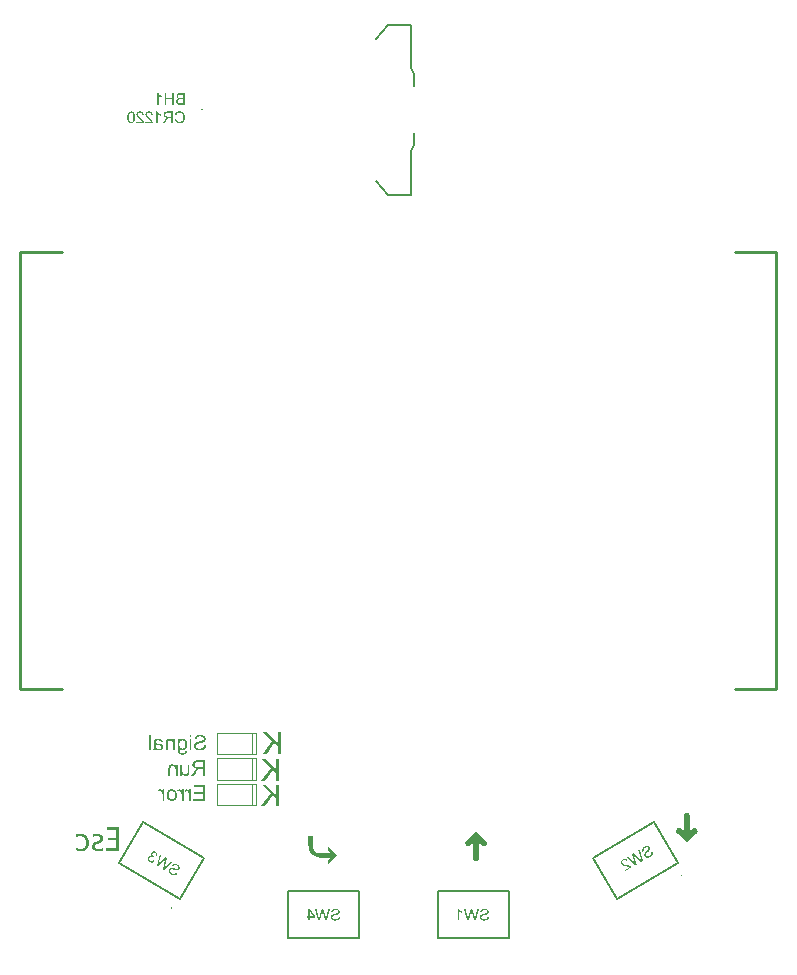
<source format=gbo>
G04*
G04 #@! TF.GenerationSoftware,Altium Limited,Altium Designer,21.4.1 (30)*
G04*
G04 Layer_Color=32896*
%FSLAX25Y25*%
%MOIN*%
G70*
G04*
G04 #@! TF.SameCoordinates,38BCD2B2-9596-478E-9E65-4FDEB67B726C*
G04*
G04*
G04 #@! TF.FilePolarity,Positive*
G04*
G01*
G75*
%ADD10C,0.00394*%
%ADD13C,0.00787*%
%ADD18C,0.01000*%
G36*
X-39701Y-111961D02*
X-40673D01*
Y-109424D01*
X-41868Y-108272D01*
X-44468Y-111961D01*
X-45747D01*
X-42544Y-107616D01*
X-45609Y-104646D01*
X-44288D01*
X-40673Y-108282D01*
Y-104646D01*
X-39701D01*
Y-111961D01*
D02*
G37*
G36*
Y-103461D02*
X-40673D01*
Y-100924D01*
X-41868Y-99772D01*
X-44468Y-103461D01*
X-45747D01*
X-42544Y-99116D01*
X-45609Y-96146D01*
X-44288D01*
X-40673Y-99782D01*
Y-96146D01*
X-39701D01*
Y-103461D01*
D02*
G37*
G36*
X-39201Y-94461D02*
X-40173D01*
Y-91924D01*
X-41368Y-90772D01*
X-43968Y-94461D01*
X-45247D01*
X-42044Y-90116D01*
X-45109Y-87146D01*
X-43788D01*
X-40173Y-90782D01*
Y-87146D01*
X-39201D01*
Y-94461D01*
D02*
G37*
G36*
X-83060Y119718D02*
X-82966Y119713D01*
X-82877Y119696D01*
X-82794Y119679D01*
X-82716Y119657D01*
X-82644Y119635D01*
X-82578Y119607D01*
X-82516Y119580D01*
X-82461Y119552D01*
X-82416Y119524D01*
X-82378Y119502D01*
X-82344Y119480D01*
X-82317Y119463D01*
X-82300Y119446D01*
X-82289Y119441D01*
X-82283Y119435D01*
X-82228Y119380D01*
X-82178Y119319D01*
X-82128Y119252D01*
X-82089Y119185D01*
X-82023Y119052D01*
X-81978Y118919D01*
X-81962Y118858D01*
X-81945Y118797D01*
X-81934Y118747D01*
X-81923Y118703D01*
X-81917Y118664D01*
Y118636D01*
X-81911Y118619D01*
Y118614D01*
X-82394Y118564D01*
X-82405Y118692D01*
X-82428Y118802D01*
X-82461Y118902D01*
X-82500Y118980D01*
X-82533Y119047D01*
X-82566Y119091D01*
X-82589Y119119D01*
X-82600Y119130D01*
X-82683Y119197D01*
X-82772Y119247D01*
X-82866Y119285D01*
X-82949Y119308D01*
X-83027Y119324D01*
X-83094Y119330D01*
X-83116Y119335D01*
X-83149D01*
X-83266Y119330D01*
X-83371Y119308D01*
X-83460Y119274D01*
X-83538Y119241D01*
X-83599Y119202D01*
X-83637Y119174D01*
X-83665Y119152D01*
X-83676Y119141D01*
X-83743Y119063D01*
X-83793Y118986D01*
X-83832Y118908D01*
X-83854Y118830D01*
X-83871Y118769D01*
X-83876Y118714D01*
X-83882Y118680D01*
Y118675D01*
Y118669D01*
X-83871Y118570D01*
X-83849Y118464D01*
X-83810Y118370D01*
X-83771Y118281D01*
X-83726Y118209D01*
X-83688Y118148D01*
X-83676Y118125D01*
X-83665Y118109D01*
X-83654Y118103D01*
Y118098D01*
X-83610Y118037D01*
X-83554Y117976D01*
X-83493Y117909D01*
X-83427Y117842D01*
X-83288Y117709D01*
X-83149Y117576D01*
X-83077Y117515D01*
X-83016Y117459D01*
X-82955Y117410D01*
X-82905Y117365D01*
X-82866Y117332D01*
X-82833Y117304D01*
X-82811Y117287D01*
X-82805Y117282D01*
X-82666Y117165D01*
X-82539Y117054D01*
X-82433Y116954D01*
X-82350Y116871D01*
X-82278Y116799D01*
X-82228Y116749D01*
X-82200Y116716D01*
X-82189Y116710D01*
Y116705D01*
X-82111Y116610D01*
X-82050Y116522D01*
X-81995Y116433D01*
X-81950Y116355D01*
X-81917Y116288D01*
X-81895Y116238D01*
X-81884Y116205D01*
X-81878Y116200D01*
Y116194D01*
X-81856Y116133D01*
X-81845Y116077D01*
X-81834Y116022D01*
X-81828Y115972D01*
X-81823Y115928D01*
Y115894D01*
Y115872D01*
Y115867D01*
X-84370D01*
Y116322D01*
X-82478D01*
X-82544Y116416D01*
X-82578Y116455D01*
X-82605Y116494D01*
X-82633Y116527D01*
X-82655Y116549D01*
X-82672Y116566D01*
X-82677Y116571D01*
X-82705Y116599D01*
X-82739Y116627D01*
X-82816Y116699D01*
X-82905Y116782D01*
X-82999Y116866D01*
X-83088Y116938D01*
X-83127Y116971D01*
X-83160Y117004D01*
X-83188Y117026D01*
X-83210Y117043D01*
X-83221Y117054D01*
X-83227Y117060D01*
X-83316Y117138D01*
X-83404Y117210D01*
X-83482Y117282D01*
X-83554Y117343D01*
X-83621Y117404D01*
X-83676Y117459D01*
X-83732Y117509D01*
X-83776Y117554D01*
X-83821Y117598D01*
X-83854Y117631D01*
X-83882Y117659D01*
X-83909Y117687D01*
X-83937Y117720D01*
X-83948Y117731D01*
X-84026Y117826D01*
X-84093Y117909D01*
X-84148Y117992D01*
X-84193Y118059D01*
X-84226Y118120D01*
X-84248Y118164D01*
X-84259Y118192D01*
X-84265Y118203D01*
X-84298Y118286D01*
X-84320Y118370D01*
X-84342Y118447D01*
X-84354Y118514D01*
X-84359Y118575D01*
X-84365Y118619D01*
Y118647D01*
Y118658D01*
X-84359Y118742D01*
X-84348Y118819D01*
X-84337Y118897D01*
X-84315Y118964D01*
X-84259Y119097D01*
X-84204Y119202D01*
X-84170Y119252D01*
X-84143Y119291D01*
X-84115Y119330D01*
X-84087Y119358D01*
X-84065Y119380D01*
X-84054Y119402D01*
X-84043Y119407D01*
X-84037Y119413D01*
X-83976Y119469D01*
X-83909Y119518D01*
X-83837Y119557D01*
X-83765Y119591D01*
X-83621Y119646D01*
X-83477Y119685D01*
X-83416Y119696D01*
X-83355Y119707D01*
X-83299Y119713D01*
X-83255Y119718D01*
X-83216Y119724D01*
X-83160D01*
X-83060Y119718D01*
D02*
G37*
G36*
X-86046D02*
X-85952Y119713D01*
X-85863Y119696D01*
X-85780Y119679D01*
X-85702Y119657D01*
X-85630Y119635D01*
X-85563Y119607D01*
X-85502Y119580D01*
X-85447Y119552D01*
X-85402Y119524D01*
X-85364Y119502D01*
X-85330Y119480D01*
X-85303Y119463D01*
X-85286Y119446D01*
X-85275Y119441D01*
X-85269Y119435D01*
X-85214Y119380D01*
X-85164Y119319D01*
X-85114Y119252D01*
X-85075Y119185D01*
X-85008Y119052D01*
X-84964Y118919D01*
X-84947Y118858D01*
X-84931Y118797D01*
X-84920Y118747D01*
X-84908Y118703D01*
X-84903Y118664D01*
Y118636D01*
X-84897Y118619D01*
Y118614D01*
X-85380Y118564D01*
X-85391Y118692D01*
X-85413Y118802D01*
X-85447Y118902D01*
X-85486Y118980D01*
X-85519Y119047D01*
X-85552Y119091D01*
X-85575Y119119D01*
X-85586Y119130D01*
X-85669Y119197D01*
X-85758Y119247D01*
X-85852Y119285D01*
X-85935Y119308D01*
X-86013Y119324D01*
X-86080Y119330D01*
X-86102Y119335D01*
X-86135D01*
X-86252Y119330D01*
X-86357Y119308D01*
X-86446Y119274D01*
X-86524Y119241D01*
X-86585Y119202D01*
X-86624Y119174D01*
X-86651Y119152D01*
X-86662Y119141D01*
X-86729Y119063D01*
X-86779Y118986D01*
X-86818Y118908D01*
X-86840Y118830D01*
X-86857Y118769D01*
X-86862Y118714D01*
X-86868Y118680D01*
Y118675D01*
Y118669D01*
X-86857Y118570D01*
X-86834Y118464D01*
X-86796Y118370D01*
X-86757Y118281D01*
X-86712Y118209D01*
X-86673Y118148D01*
X-86662Y118125D01*
X-86651Y118109D01*
X-86640Y118103D01*
Y118098D01*
X-86596Y118037D01*
X-86540Y117976D01*
X-86479Y117909D01*
X-86413Y117842D01*
X-86274Y117709D01*
X-86135Y117576D01*
X-86063Y117515D01*
X-86002Y117459D01*
X-85941Y117410D01*
X-85891Y117365D01*
X-85852Y117332D01*
X-85819Y117304D01*
X-85796Y117287D01*
X-85791Y117282D01*
X-85652Y117165D01*
X-85524Y117054D01*
X-85419Y116954D01*
X-85336Y116871D01*
X-85264Y116799D01*
X-85214Y116749D01*
X-85186Y116716D01*
X-85175Y116710D01*
Y116705D01*
X-85097Y116610D01*
X-85036Y116522D01*
X-84981Y116433D01*
X-84936Y116355D01*
X-84903Y116288D01*
X-84881Y116238D01*
X-84870Y116205D01*
X-84864Y116200D01*
Y116194D01*
X-84842Y116133D01*
X-84831Y116077D01*
X-84820Y116022D01*
X-84814Y115972D01*
X-84809Y115928D01*
Y115894D01*
Y115872D01*
Y115867D01*
X-87356D01*
Y116322D01*
X-85464D01*
X-85530Y116416D01*
X-85563Y116455D01*
X-85591Y116494D01*
X-85619Y116527D01*
X-85641Y116549D01*
X-85658Y116566D01*
X-85663Y116571D01*
X-85691Y116599D01*
X-85724Y116627D01*
X-85802Y116699D01*
X-85891Y116782D01*
X-85985Y116866D01*
X-86074Y116938D01*
X-86113Y116971D01*
X-86146Y117004D01*
X-86174Y117026D01*
X-86196Y117043D01*
X-86207Y117054D01*
X-86213Y117060D01*
X-86301Y117138D01*
X-86390Y117210D01*
X-86468Y117282D01*
X-86540Y117343D01*
X-86607Y117404D01*
X-86662Y117459D01*
X-86718Y117509D01*
X-86762Y117554D01*
X-86807Y117598D01*
X-86840Y117631D01*
X-86868Y117659D01*
X-86895Y117687D01*
X-86923Y117720D01*
X-86934Y117731D01*
X-87012Y117826D01*
X-87078Y117909D01*
X-87134Y117992D01*
X-87178Y118059D01*
X-87212Y118120D01*
X-87234Y118164D01*
X-87245Y118192D01*
X-87251Y118203D01*
X-87284Y118286D01*
X-87306Y118370D01*
X-87328Y118447D01*
X-87339Y118514D01*
X-87345Y118575D01*
X-87350Y118619D01*
Y118647D01*
Y118658D01*
X-87345Y118742D01*
X-87334Y118819D01*
X-87323Y118897D01*
X-87300Y118964D01*
X-87245Y119097D01*
X-87190Y119202D01*
X-87156Y119252D01*
X-87129Y119291D01*
X-87101Y119330D01*
X-87073Y119358D01*
X-87051Y119380D01*
X-87040Y119402D01*
X-87029Y119407D01*
X-87023Y119413D01*
X-86962Y119469D01*
X-86895Y119518D01*
X-86823Y119557D01*
X-86751Y119591D01*
X-86607Y119646D01*
X-86462Y119685D01*
X-86401Y119696D01*
X-86340Y119707D01*
X-86285Y119713D01*
X-86241Y119718D01*
X-86202Y119724D01*
X-86146D01*
X-86046Y119718D01*
D02*
G37*
G36*
X-80319Y119630D02*
X-80258Y119541D01*
X-80186Y119452D01*
X-80119Y119374D01*
X-80052Y119308D01*
X-80002Y119252D01*
X-79980Y119235D01*
X-79963Y119219D01*
X-79958Y119213D01*
X-79952Y119208D01*
X-79836Y119113D01*
X-79719Y119025D01*
X-79608Y118947D01*
X-79497Y118886D01*
X-79403Y118830D01*
X-79364Y118808D01*
X-79331Y118791D01*
X-79303Y118775D01*
X-79281Y118769D01*
X-79270Y118758D01*
X-79264D01*
Y118303D01*
X-79347Y118336D01*
X-79431Y118375D01*
X-79514Y118414D01*
X-79592Y118453D01*
X-79658Y118486D01*
X-79714Y118514D01*
X-79747Y118536D01*
X-79752Y118542D01*
X-79758D01*
X-79858Y118603D01*
X-79947Y118664D01*
X-80024Y118719D01*
X-80086Y118769D01*
X-80141Y118808D01*
X-80174Y118841D01*
X-80202Y118864D01*
X-80208Y118869D01*
Y115867D01*
X-80679D01*
Y119724D01*
X-80374D01*
X-80319Y119630D01*
D02*
G37*
G36*
X-72826Y119763D02*
X-72649Y119735D01*
X-72493Y119702D01*
X-72421Y119679D01*
X-72354Y119657D01*
X-72293Y119635D01*
X-72238Y119613D01*
X-72193Y119596D01*
X-72149Y119580D01*
X-72121Y119563D01*
X-72099Y119552D01*
X-72082Y119546D01*
X-72077Y119541D01*
X-71927Y119446D01*
X-71799Y119335D01*
X-71688Y119224D01*
X-71594Y119113D01*
X-71522Y119013D01*
X-71494Y118969D01*
X-71472Y118930D01*
X-71450Y118902D01*
X-71439Y118880D01*
X-71433Y118864D01*
X-71428Y118858D01*
X-71350Y118686D01*
X-71294Y118508D01*
X-71255Y118331D01*
X-71228Y118170D01*
X-71217Y118098D01*
X-71211Y118026D01*
X-71206Y117970D01*
Y117915D01*
X-71200Y117876D01*
Y117842D01*
Y117820D01*
Y117815D01*
X-71211Y117615D01*
X-71233Y117421D01*
X-71261Y117249D01*
X-71283Y117165D01*
X-71300Y117093D01*
X-71316Y117026D01*
X-71339Y116965D01*
X-71355Y116910D01*
X-71367Y116866D01*
X-71383Y116832D01*
X-71389Y116805D01*
X-71400Y116788D01*
Y116782D01*
X-71483Y116616D01*
X-71577Y116466D01*
X-71677Y116338D01*
X-71727Y116288D01*
X-71772Y116238D01*
X-71816Y116194D01*
X-71860Y116155D01*
X-71899Y116122D01*
X-71933Y116100D01*
X-71955Y116077D01*
X-71977Y116061D01*
X-71988Y116055D01*
X-71994Y116050D01*
X-72071Y116005D01*
X-72149Y115966D01*
X-72316Y115905D01*
X-72482Y115861D01*
X-72643Y115833D01*
X-72721Y115822D01*
X-72787Y115811D01*
X-72848Y115805D01*
X-72898D01*
X-72943Y115800D01*
X-73004D01*
X-73115Y115805D01*
X-73220Y115817D01*
X-73320Y115828D01*
X-73414Y115850D01*
X-73503Y115878D01*
X-73586Y115905D01*
X-73664Y115933D01*
X-73736Y115966D01*
X-73797Y115994D01*
X-73858Y116022D01*
X-73903Y116050D01*
X-73947Y116077D01*
X-73975Y116100D01*
X-74003Y116111D01*
X-74014Y116122D01*
X-74019Y116127D01*
X-74097Y116194D01*
X-74164Y116261D01*
X-74225Y116338D01*
X-74286Y116416D01*
X-74386Y116571D01*
X-74463Y116727D01*
X-74497Y116799D01*
X-74524Y116866D01*
X-74547Y116927D01*
X-74563Y116977D01*
X-74580Y117021D01*
X-74591Y117054D01*
X-74597Y117077D01*
Y117082D01*
X-74086Y117210D01*
X-74064Y117121D01*
X-74036Y117038D01*
X-74008Y116960D01*
X-73981Y116888D01*
X-73947Y116821D01*
X-73914Y116766D01*
X-73875Y116710D01*
X-73842Y116660D01*
X-73814Y116616D01*
X-73781Y116583D01*
X-73753Y116549D01*
X-73731Y116522D01*
X-73709Y116505D01*
X-73692Y116488D01*
X-73686Y116483D01*
X-73681Y116477D01*
X-73625Y116433D01*
X-73564Y116399D01*
X-73442Y116338D01*
X-73326Y116294D01*
X-73209Y116266D01*
X-73109Y116244D01*
X-73070Y116238D01*
X-73032D01*
X-72998Y116233D01*
X-72959D01*
X-72832Y116238D01*
X-72710Y116261D01*
X-72599Y116288D01*
X-72499Y116322D01*
X-72421Y116355D01*
X-72388Y116372D01*
X-72360Y116383D01*
X-72338Y116394D01*
X-72321Y116405D01*
X-72310Y116411D01*
X-72304D01*
X-72199Y116488D01*
X-72110Y116571D01*
X-72032Y116666D01*
X-71971Y116755D01*
X-71921Y116832D01*
X-71888Y116899D01*
X-71877Y116927D01*
X-71866Y116943D01*
X-71860Y116954D01*
Y116960D01*
X-71816Y117104D01*
X-71783Y117249D01*
X-71755Y117393D01*
X-71738Y117526D01*
X-71733Y117587D01*
X-71727Y117643D01*
Y117693D01*
X-71722Y117731D01*
Y117765D01*
Y117792D01*
Y117809D01*
Y117815D01*
X-71727Y117959D01*
X-71738Y118092D01*
X-71761Y118214D01*
X-71783Y118325D01*
X-71799Y118420D01*
X-71811Y118458D01*
X-71822Y118492D01*
X-71827Y118519D01*
X-71833Y118536D01*
X-71838Y118547D01*
Y118553D01*
X-71894Y118680D01*
X-71955Y118797D01*
X-72021Y118891D01*
X-72094Y118975D01*
X-72155Y119041D01*
X-72205Y119086D01*
X-72243Y119113D01*
X-72249Y119124D01*
X-72255D01*
X-72371Y119197D01*
X-72499Y119252D01*
X-72621Y119291D01*
X-72737Y119313D01*
X-72843Y119330D01*
X-72887Y119335D01*
X-72926D01*
X-72954Y119341D01*
X-72998D01*
X-73137Y119335D01*
X-73265Y119313D01*
X-73370Y119280D01*
X-73464Y119247D01*
X-73536Y119208D01*
X-73592Y119180D01*
X-73625Y119158D01*
X-73637Y119147D01*
X-73725Y119063D01*
X-73808Y118969D01*
X-73875Y118869D01*
X-73931Y118769D01*
X-73975Y118680D01*
X-73992Y118636D01*
X-74003Y118603D01*
X-74014Y118575D01*
X-74025Y118553D01*
X-74031Y118542D01*
Y118536D01*
X-74530Y118653D01*
X-74497Y118753D01*
X-74463Y118841D01*
X-74419Y118925D01*
X-74380Y119008D01*
X-74336Y119080D01*
X-74286Y119147D01*
X-74241Y119213D01*
X-74197Y119269D01*
X-74153Y119313D01*
X-74114Y119358D01*
X-74075Y119396D01*
X-74047Y119424D01*
X-74019Y119452D01*
X-73997Y119469D01*
X-73986Y119474D01*
X-73981Y119480D01*
X-73903Y119530D01*
X-73825Y119580D01*
X-73747Y119618D01*
X-73664Y119652D01*
X-73498Y119702D01*
X-73348Y119735D01*
X-73276Y119752D01*
X-73215Y119757D01*
X-73154Y119763D01*
X-73104Y119768D01*
X-73065Y119774D01*
X-73009D01*
X-72826Y119763D01*
D02*
G37*
G36*
X-75229Y115867D02*
X-75740D01*
Y117570D01*
X-76395D01*
X-76456Y117565D01*
X-76500D01*
X-76539Y117559D01*
X-76567Y117554D01*
X-76589D01*
X-76600Y117548D01*
X-76606D01*
X-76695Y117520D01*
X-76733Y117504D01*
X-76767Y117487D01*
X-76800Y117471D01*
X-76822Y117459D01*
X-76833Y117454D01*
X-76839Y117448D01*
X-76883Y117415D01*
X-76928Y117376D01*
X-77011Y117293D01*
X-77050Y117254D01*
X-77077Y117221D01*
X-77094Y117199D01*
X-77100Y117193D01*
X-77155Y117115D01*
X-77216Y117032D01*
X-77277Y116943D01*
X-77338Y116860D01*
X-77388Y116782D01*
X-77427Y116721D01*
X-77444Y116699D01*
X-77455Y116682D01*
X-77466Y116671D01*
Y116666D01*
X-77971Y115867D01*
X-78604D01*
X-77943Y116910D01*
X-77865Y117021D01*
X-77793Y117121D01*
X-77721Y117204D01*
X-77660Y117282D01*
X-77605Y117337D01*
X-77560Y117382D01*
X-77533Y117410D01*
X-77522Y117421D01*
X-77477Y117454D01*
X-77427Y117493D01*
X-77327Y117554D01*
X-77283Y117576D01*
X-77249Y117598D01*
X-77227Y117609D01*
X-77216Y117615D01*
X-77316Y117631D01*
X-77411Y117648D01*
X-77494Y117676D01*
X-77577Y117698D01*
X-77649Y117726D01*
X-77716Y117759D01*
X-77777Y117787D01*
X-77832Y117815D01*
X-77877Y117848D01*
X-77921Y117876D01*
X-77954Y117898D01*
X-77982Y117920D01*
X-78004Y117937D01*
X-78021Y117953D01*
X-78026Y117959D01*
X-78032Y117964D01*
X-78076Y118020D01*
X-78121Y118076D01*
X-78188Y118192D01*
X-78232Y118309D01*
X-78265Y118420D01*
X-78287Y118514D01*
X-78293Y118553D01*
Y118592D01*
X-78298Y118619D01*
Y118642D01*
Y118653D01*
Y118658D01*
X-78293Y118775D01*
X-78276Y118880D01*
X-78249Y118980D01*
X-78221Y119063D01*
X-78188Y119135D01*
X-78165Y119191D01*
X-78143Y119224D01*
X-78137Y119230D01*
Y119235D01*
X-78071Y119324D01*
X-78004Y119402D01*
X-77932Y119469D01*
X-77865Y119518D01*
X-77804Y119557D01*
X-77754Y119580D01*
X-77721Y119596D01*
X-77716Y119602D01*
X-77710D01*
X-77660Y119618D01*
X-77599Y119635D01*
X-77477Y119663D01*
X-77344Y119679D01*
X-77222Y119696D01*
X-77105Y119702D01*
X-77055D01*
X-77011Y119707D01*
X-75229D01*
Y115867D01*
D02*
G37*
G36*
X-88965Y119713D02*
X-88827Y119691D01*
X-88710Y119652D01*
X-88610Y119613D01*
X-88527Y119569D01*
X-88494Y119552D01*
X-88466Y119530D01*
X-88444Y119518D01*
X-88427Y119507D01*
X-88422Y119496D01*
X-88416D01*
X-88316Y119407D01*
X-88233Y119302D01*
X-88161Y119197D01*
X-88105Y119097D01*
X-88061Y119002D01*
X-88039Y118964D01*
X-88028Y118925D01*
X-88016Y118897D01*
X-88005Y118875D01*
X-88000Y118864D01*
Y118858D01*
X-87978Y118775D01*
X-87955Y118692D01*
X-87922Y118508D01*
X-87894Y118325D01*
X-87878Y118153D01*
X-87872Y118070D01*
X-87867Y117998D01*
Y117931D01*
X-87861Y117870D01*
Y117826D01*
Y117787D01*
Y117765D01*
Y117759D01*
X-87867Y117565D01*
X-87878Y117382D01*
X-87894Y117215D01*
X-87922Y117060D01*
X-87950Y116916D01*
X-87983Y116788D01*
X-88016Y116671D01*
X-88050Y116571D01*
X-88083Y116483D01*
X-88122Y116405D01*
X-88150Y116338D01*
X-88177Y116288D01*
X-88205Y116244D01*
X-88222Y116216D01*
X-88233Y116200D01*
X-88239Y116194D01*
X-88300Y116127D01*
X-88366Y116066D01*
X-88438Y116011D01*
X-88511Y115966D01*
X-88583Y115928D01*
X-88655Y115894D01*
X-88727Y115872D01*
X-88793Y115850D01*
X-88860Y115833D01*
X-88921Y115822D01*
X-88977Y115811D01*
X-89021Y115805D01*
X-89060Y115800D01*
X-89115D01*
X-89265Y115811D01*
X-89404Y115833D01*
X-89521Y115872D01*
X-89621Y115911D01*
X-89704Y115950D01*
X-89731Y115972D01*
X-89759Y115989D01*
X-89781Y116000D01*
X-89798Y116011D01*
X-89804Y116022D01*
X-89809D01*
X-89909Y116116D01*
X-89992Y116216D01*
X-90064Y116327D01*
X-90120Y116427D01*
X-90164Y116522D01*
X-90187Y116560D01*
X-90198Y116599D01*
X-90209Y116627D01*
X-90220Y116649D01*
X-90225Y116660D01*
Y116666D01*
X-90253Y116749D01*
X-90275Y116832D01*
X-90309Y117010D01*
X-90336Y117193D01*
X-90353Y117371D01*
X-90359Y117448D01*
X-90364Y117520D01*
Y117587D01*
X-90370Y117648D01*
Y117693D01*
Y117731D01*
Y117754D01*
Y117759D01*
Y117865D01*
X-90364Y117964D01*
Y118053D01*
X-90359Y118142D01*
X-90347Y118220D01*
X-90342Y118298D01*
X-90336Y118364D01*
X-90325Y118425D01*
X-90320Y118481D01*
X-90309Y118531D01*
X-90303Y118570D01*
X-90298Y118603D01*
X-90292Y118631D01*
X-90286Y118647D01*
X-90281Y118658D01*
Y118664D01*
X-90248Y118786D01*
X-90209Y118897D01*
X-90164Y118991D01*
X-90131Y119074D01*
X-90092Y119147D01*
X-90070Y119197D01*
X-90048Y119224D01*
X-90042Y119235D01*
X-89981Y119319D01*
X-89920Y119391D01*
X-89854Y119452D01*
X-89793Y119507D01*
X-89737Y119546D01*
X-89693Y119574D01*
X-89665Y119591D01*
X-89659Y119596D01*
X-89654D01*
X-89565Y119641D01*
X-89471Y119668D01*
X-89382Y119691D01*
X-89299Y119707D01*
X-89226Y119718D01*
X-89165Y119724D01*
X-89115D01*
X-88965Y119713D01*
D02*
G37*
G36*
X-105872Y-121029D02*
X-105650Y-121056D01*
X-105428Y-121098D01*
X-105220Y-121140D01*
X-105040Y-121209D01*
X-104859Y-121279D01*
X-104707Y-121362D01*
X-104554Y-121431D01*
X-104429Y-121515D01*
X-104304Y-121598D01*
X-104207Y-121667D01*
X-104137Y-121723D01*
X-104068Y-121778D01*
X-104026Y-121820D01*
X-103999Y-121848D01*
X-103985Y-121862D01*
X-103846Y-122028D01*
X-103721Y-122195D01*
X-103624Y-122375D01*
X-103527Y-122569D01*
X-103457Y-122750D01*
X-103388Y-122944D01*
X-103291Y-123291D01*
X-103263Y-123458D01*
X-103235Y-123610D01*
X-103221Y-123749D01*
X-103208Y-123860D01*
X-103194Y-123957D01*
Y-124041D01*
Y-124082D01*
Y-124096D01*
X-103208Y-124318D01*
X-103221Y-124540D01*
X-103305Y-124943D01*
X-103430Y-125290D01*
X-103499Y-125443D01*
X-103568Y-125581D01*
X-103624Y-125706D01*
X-103693Y-125817D01*
X-103763Y-125901D01*
X-103818Y-125984D01*
X-103860Y-126039D01*
X-103902Y-126081D01*
X-103915Y-126109D01*
X-103929Y-126123D01*
X-104068Y-126261D01*
X-104221Y-126373D01*
X-104387Y-126484D01*
X-104540Y-126567D01*
X-104873Y-126706D01*
X-105178Y-126803D01*
X-105456Y-126858D01*
X-105567Y-126872D01*
X-105678Y-126886D01*
X-105761Y-126900D01*
X-105872D01*
X-106192Y-126886D01*
X-106483Y-126845D01*
X-106747Y-126775D01*
X-106983Y-126706D01*
X-107163Y-126650D01*
X-107302Y-126581D01*
X-107344Y-126553D01*
X-107385Y-126539D01*
X-107399Y-126525D01*
X-107413D01*
Y-125665D01*
X-107163Y-125831D01*
X-106927Y-125942D01*
X-106691Y-126026D01*
X-106469Y-126095D01*
X-106289Y-126123D01*
X-106150Y-126137D01*
X-106095Y-126151D01*
X-106025D01*
X-105720Y-126123D01*
X-105442Y-126067D01*
X-105192Y-125970D01*
X-104998Y-125859D01*
X-104831Y-125762D01*
X-104720Y-125665D01*
X-104651Y-125609D01*
X-104623Y-125581D01*
X-104457Y-125345D01*
X-104332Y-125096D01*
X-104235Y-124832D01*
X-104179Y-124582D01*
X-104137Y-124360D01*
X-104124Y-124263D01*
Y-124179D01*
X-104110Y-124110D01*
Y-124055D01*
Y-124027D01*
Y-124013D01*
X-104137Y-123652D01*
X-104193Y-123333D01*
X-104290Y-123069D01*
X-104387Y-122833D01*
X-104484Y-122653D01*
X-104582Y-122514D01*
X-104637Y-122431D01*
X-104665Y-122403D01*
X-104776Y-122292D01*
X-104887Y-122195D01*
X-105123Y-122042D01*
X-105359Y-121931D01*
X-105581Y-121862D01*
X-105775Y-121806D01*
X-105942Y-121792D01*
X-105997Y-121778D01*
X-106081D01*
X-106344Y-121792D01*
X-106594Y-121848D01*
X-106830Y-121917D01*
X-107025Y-121986D01*
X-107191Y-122070D01*
X-107316Y-122139D01*
X-107399Y-122195D01*
X-107427Y-122209D01*
Y-121292D01*
X-107205Y-121195D01*
X-106983Y-121126D01*
X-106761Y-121084D01*
X-106566Y-121043D01*
X-106386Y-121029D01*
X-106247Y-121015D01*
X-106122D01*
X-105872Y-121029D01*
D02*
G37*
G36*
X-93200Y-126775D02*
X-97378D01*
Y-125942D01*
X-94130D01*
Y-123180D01*
X-96975D01*
Y-122347D01*
X-94130D01*
Y-119724D01*
X-97211D01*
Y-118891D01*
X-93200D01*
Y-126775D01*
D02*
G37*
G36*
X-100307Y-121029D02*
X-100168Y-121043D01*
X-100057Y-121070D01*
X-99946Y-121084D01*
X-99876Y-121112D01*
X-99821Y-121126D01*
X-99807D01*
X-99529Y-121209D01*
X-99418Y-121265D01*
X-99321Y-121320D01*
X-99224Y-121362D01*
X-99168Y-121404D01*
X-99127Y-121417D01*
X-99113Y-121431D01*
X-98919Y-121598D01*
X-98766Y-121764D01*
X-98710Y-121834D01*
X-98669Y-121889D01*
X-98655Y-121931D01*
X-98641Y-121945D01*
X-98585Y-122056D01*
X-98544Y-122181D01*
X-98502Y-122292D01*
X-98488Y-122403D01*
X-98474Y-122500D01*
X-98461Y-122569D01*
Y-122625D01*
Y-122639D01*
X-98474Y-122875D01*
X-98488Y-122972D01*
X-98502Y-123055D01*
X-98516Y-123125D01*
X-98530Y-123180D01*
X-98544Y-123208D01*
Y-123222D01*
X-98627Y-123388D01*
X-98724Y-123527D01*
X-98766Y-123583D01*
X-98808Y-123624D01*
X-98821Y-123638D01*
X-98835Y-123652D01*
X-98988Y-123777D01*
X-99141Y-123888D01*
X-99210Y-123930D01*
X-99266Y-123957D01*
X-99293Y-123971D01*
X-99307Y-123985D01*
X-99529Y-124096D01*
X-99751Y-124193D01*
X-99835Y-124221D01*
X-99904Y-124249D01*
X-99960Y-124277D01*
X-99973D01*
X-100168Y-124360D01*
X-100320Y-124416D01*
X-100390Y-124443D01*
X-100432Y-124471D01*
X-100459Y-124485D01*
X-100473D01*
X-100640Y-124554D01*
X-100765Y-124638D01*
X-100848Y-124679D01*
X-100862Y-124707D01*
X-100876D01*
X-101001Y-124790D01*
X-101084Y-124887D01*
X-101139Y-124957D01*
X-101153Y-124971D01*
Y-124985D01*
X-101209Y-125110D01*
X-101236Y-125234D01*
X-101250Y-125276D01*
Y-125318D01*
Y-125345D01*
Y-125359D01*
X-101236Y-125498D01*
X-101195Y-125623D01*
X-101139Y-125720D01*
X-101070Y-125817D01*
X-100973Y-125887D01*
X-100876Y-125956D01*
X-100667Y-126053D01*
X-100445Y-126109D01*
X-100251Y-126137D01*
X-100182Y-126151D01*
X-100071D01*
X-99751Y-126123D01*
X-99446Y-126067D01*
X-99168Y-125984D01*
X-98932Y-125873D01*
X-98724Y-125776D01*
X-98572Y-125692D01*
X-98516Y-125665D01*
X-98474Y-125637D01*
X-98461Y-125609D01*
X-98447D01*
Y-126581D01*
X-98697Y-126692D01*
X-98946Y-126761D01*
X-99196Y-126817D01*
X-99432Y-126858D01*
X-99640Y-126886D01*
X-99807Y-126900D01*
X-99946D01*
X-100265Y-126886D01*
X-100404Y-126872D01*
X-100542Y-126845D01*
X-100640Y-126831D01*
X-100723Y-126817D01*
X-100778Y-126803D01*
X-100792D01*
X-100945Y-126761D01*
X-101070Y-126720D01*
X-101195Y-126678D01*
X-101292Y-126622D01*
X-101389Y-126581D01*
X-101445Y-126539D01*
X-101486Y-126525D01*
X-101500Y-126511D01*
X-101708Y-126345D01*
X-101792Y-126261D01*
X-101861Y-126178D01*
X-101917Y-126109D01*
X-101958Y-126053D01*
X-101972Y-126012D01*
X-101986Y-125998D01*
X-102055Y-125873D01*
X-102097Y-125762D01*
X-102139Y-125637D01*
X-102153Y-125526D01*
X-102166Y-125429D01*
X-102180Y-125345D01*
Y-125290D01*
Y-125276D01*
X-102166Y-125040D01*
X-102153Y-124943D01*
X-102125Y-124860D01*
X-102111Y-124790D01*
X-102083Y-124735D01*
X-102069Y-124707D01*
Y-124693D01*
X-101972Y-124513D01*
X-101875Y-124374D01*
X-101820Y-124318D01*
X-101792Y-124277D01*
X-101764Y-124263D01*
X-101750Y-124249D01*
X-101584Y-124110D01*
X-101417Y-123999D01*
X-101348Y-123957D01*
X-101292Y-123930D01*
X-101250Y-123902D01*
X-101236D01*
X-101014Y-123791D01*
X-100792Y-123694D01*
X-100709Y-123666D01*
X-100640Y-123638D01*
X-100584Y-123610D01*
X-100570D01*
X-100376Y-123527D01*
X-100223Y-123472D01*
X-100154Y-123444D01*
X-100112Y-123430D01*
X-100084Y-123416D01*
X-100071D01*
X-99918Y-123347D01*
X-99807Y-123277D01*
X-99724Y-123222D01*
X-99710Y-123208D01*
X-99696D01*
X-99599Y-123111D01*
X-99515Y-123028D01*
X-99474Y-122972D01*
X-99460Y-122944D01*
X-99418Y-122819D01*
X-99391Y-122694D01*
X-99377Y-122653D01*
Y-122611D01*
Y-122583D01*
Y-122569D01*
X-99391Y-122444D01*
X-99418Y-122347D01*
X-99446Y-122278D01*
X-99460Y-122250D01*
X-99529Y-122153D01*
X-99599Y-122070D01*
X-99654Y-122014D01*
X-99682Y-122000D01*
X-99807Y-121931D01*
X-99918Y-121875D01*
X-100001Y-121848D01*
X-100015Y-121834D01*
X-100029D01*
X-100196Y-121806D01*
X-100334Y-121778D01*
X-100487D01*
X-100778Y-121792D01*
X-101056Y-121834D01*
X-101306Y-121903D01*
X-101514Y-121973D01*
X-101681Y-122056D01*
X-101806Y-122111D01*
X-101889Y-122167D01*
X-101917Y-122181D01*
Y-121265D01*
X-101695Y-121181D01*
X-101472Y-121126D01*
X-101250Y-121070D01*
X-101056Y-121043D01*
X-100876Y-121029D01*
X-100737Y-121015D01*
X-100612D01*
X-100307Y-121029D01*
D02*
G37*
G36*
X28973Y-123246D02*
X29000Y-123274D01*
X29056Y-123329D01*
X29139Y-123427D01*
X29236Y-123538D01*
X29333Y-123690D01*
X29417Y-123843D01*
X29472Y-124010D01*
X29500Y-124176D01*
Y-124232D01*
X29486Y-124301D01*
X29472Y-124384D01*
X29431Y-124481D01*
X29389Y-124592D01*
X29320Y-124717D01*
X29236Y-124828D01*
X29222Y-124842D01*
X29195Y-124884D01*
X29139Y-124940D01*
X29070Y-124995D01*
X28973Y-125064D01*
X28861Y-125120D01*
X28723Y-125162D01*
X28570Y-125175D01*
X28556D01*
X28501D01*
X28417Y-125162D01*
X28320Y-125148D01*
X28195Y-125106D01*
X28084Y-125064D01*
X27973Y-124995D01*
X27862Y-124912D01*
X26807Y-123996D01*
Y-129339D01*
X26793Y-129409D01*
X26779Y-129506D01*
X26738Y-129603D01*
X26696Y-129714D01*
X26627Y-129825D01*
X26544Y-129936D01*
X26530Y-129950D01*
X26488Y-129978D01*
X26419Y-130033D01*
X26335Y-130089D01*
X26224Y-130131D01*
X26099Y-130172D01*
X25947Y-130200D01*
X25794D01*
X25780D01*
X25738Y-130186D01*
X25669Y-130172D01*
X25586Y-130145D01*
X25405Y-130075D01*
X25308Y-130006D01*
X25225Y-129936D01*
X25211Y-129922D01*
X25183Y-129895D01*
X25142Y-129825D01*
X25086Y-129756D01*
X25031Y-129659D01*
X24989Y-129548D01*
X24947Y-129409D01*
X24920Y-129270D01*
Y-123996D01*
X23948Y-124870D01*
X23934Y-124884D01*
X23879Y-124912D01*
X23809Y-124967D01*
X23712Y-125023D01*
X23587Y-125078D01*
X23462Y-125134D01*
X23337Y-125162D01*
X23199Y-125175D01*
X23185D01*
X23143Y-125162D01*
X23074Y-125148D01*
X22990Y-125120D01*
X22893Y-125078D01*
X22782Y-125009D01*
X22657Y-124926D01*
X22546Y-124828D01*
X22532Y-124815D01*
X22518Y-124787D01*
X22491Y-124731D01*
X22449Y-124662D01*
X22407Y-124579D01*
X22352Y-124481D01*
X22282Y-124259D01*
Y-124176D01*
X22296Y-124065D01*
X22310Y-123940D01*
X22366Y-123787D01*
X22435Y-123621D01*
X22560Y-123454D01*
X22713Y-123288D01*
X25891Y-120470D01*
X28973Y-123246D01*
D02*
G37*
G36*
X-28626Y-124452D02*
Y-124757D01*
X-28598Y-125035D01*
X-28542Y-125285D01*
X-28514Y-125507D01*
X-28459Y-125674D01*
X-28403Y-125813D01*
X-28376Y-125896D01*
Y-125924D01*
X-28181Y-126340D01*
X-28070Y-126507D01*
X-27987Y-126646D01*
X-27876Y-126757D01*
X-27820Y-126840D01*
X-27765Y-126896D01*
X-27737Y-126923D01*
X-27404Y-127146D01*
X-27043Y-127312D01*
X-26904Y-127368D01*
X-26793Y-127423D01*
X-26709Y-127451D01*
X-26682D01*
X-26182Y-127534D01*
X-25960Y-127590D01*
X-25710D01*
X-25515Y-127618D01*
X-22572D01*
X-23544Y-126896D01*
Y-125452D01*
X-20600Y-128256D01*
Y-128423D01*
X-23544Y-131200D01*
Y-129784D01*
X-22544Y-129034D01*
X-25238D01*
X-25932Y-129006D01*
X-26237Y-128978D01*
X-26487Y-128923D01*
X-26709Y-128895D01*
X-26904Y-128867D01*
X-27015Y-128840D01*
X-27043D01*
X-27348Y-128756D01*
X-27654Y-128617D01*
X-27904Y-128506D01*
X-28126Y-128367D01*
X-28320Y-128256D01*
X-28459Y-128173D01*
X-28542Y-128118D01*
X-28570Y-128090D01*
X-28820Y-127868D01*
X-29014Y-127645D01*
X-29209Y-127395D01*
X-29348Y-127173D01*
X-29459Y-126979D01*
X-29542Y-126812D01*
X-29597Y-126701D01*
X-29625Y-126673D01*
X-29764Y-126312D01*
X-29875Y-125952D01*
X-29931Y-125591D01*
X-29986Y-125229D01*
X-30014Y-124952D01*
X-30042Y-124702D01*
Y-124535D01*
Y-124507D01*
Y-124480D01*
Y-121786D01*
X-28626D01*
Y-124452D01*
D02*
G37*
G36*
X96262Y-114114D02*
X96331Y-114128D01*
X96414Y-114155D01*
X96595Y-114225D01*
X96692Y-114294D01*
X96775Y-114364D01*
X96789Y-114378D01*
X96817Y-114405D01*
X96858Y-114475D01*
X96914Y-114544D01*
X96969Y-114641D01*
X97011Y-114752D01*
X97053Y-114891D01*
X97080Y-115030D01*
Y-120304D01*
X98052Y-119430D01*
X98066Y-119416D01*
X98121Y-119388D01*
X98191Y-119333D01*
X98288Y-119277D01*
X98413Y-119222D01*
X98538Y-119166D01*
X98663Y-119138D01*
X98801Y-119125D01*
X98815D01*
X98857Y-119138D01*
X98926Y-119152D01*
X99010Y-119180D01*
X99107Y-119222D01*
X99218Y-119291D01*
X99343Y-119374D01*
X99454Y-119472D01*
X99468Y-119485D01*
X99482Y-119513D01*
X99509Y-119569D01*
X99551Y-119638D01*
X99593Y-119721D01*
X99648Y-119819D01*
X99718Y-120041D01*
Y-120124D01*
X99704Y-120235D01*
X99690Y-120360D01*
X99634Y-120513D01*
X99565Y-120679D01*
X99440Y-120846D01*
X99287Y-121012D01*
X96109Y-123830D01*
X93027Y-121054D01*
X93000Y-121026D01*
X92944Y-120971D01*
X92861Y-120873D01*
X92764Y-120762D01*
X92667Y-120610D01*
X92583Y-120457D01*
X92528Y-120291D01*
X92500Y-120124D01*
Y-120068D01*
X92514Y-119999D01*
X92528Y-119916D01*
X92569Y-119819D01*
X92611Y-119708D01*
X92680Y-119583D01*
X92764Y-119472D01*
X92778Y-119458D01*
X92805Y-119416D01*
X92861Y-119360D01*
X92930Y-119305D01*
X93027Y-119236D01*
X93138Y-119180D01*
X93277Y-119138D01*
X93430Y-119125D01*
X93444D01*
X93499D01*
X93583Y-119138D01*
X93680Y-119152D01*
X93805Y-119194D01*
X93916Y-119236D01*
X94027Y-119305D01*
X94138Y-119388D01*
X95193Y-120304D01*
Y-114961D01*
X95207Y-114891D01*
X95221Y-114794D01*
X95262Y-114697D01*
X95304Y-114586D01*
X95373Y-114475D01*
X95456Y-114364D01*
X95470Y-114350D01*
X95512Y-114322D01*
X95581Y-114267D01*
X95665Y-114211D01*
X95776Y-114169D01*
X95901Y-114128D01*
X96053Y-114100D01*
X96206D01*
X96220D01*
X96262Y-114114D01*
D02*
G37*
G36*
X-69021Y-88795D02*
X-69650D01*
Y-88077D01*
X-69021D01*
Y-88795D01*
D02*
G37*
G36*
X-71796Y-89409D02*
X-71633Y-89439D01*
X-71485Y-89483D01*
X-71359Y-89527D01*
X-71256Y-89572D01*
X-71182Y-89616D01*
X-71152Y-89631D01*
X-71130Y-89646D01*
X-71123Y-89653D01*
X-71115D01*
X-70989Y-89749D01*
X-70878Y-89868D01*
X-70782Y-89979D01*
X-70701Y-90090D01*
X-70642Y-90193D01*
X-70597Y-90275D01*
X-70582Y-90304D01*
X-70568Y-90327D01*
X-70560Y-90341D01*
Y-90349D01*
X-70494Y-90519D01*
X-70449Y-90689D01*
X-70412Y-90852D01*
X-70390Y-91000D01*
X-70375Y-91133D01*
Y-91185D01*
X-70368Y-91237D01*
Y-91274D01*
Y-91303D01*
Y-91318D01*
Y-91326D01*
X-70375Y-91466D01*
X-70383Y-91607D01*
X-70434Y-91858D01*
X-70464Y-91977D01*
X-70501Y-92080D01*
X-70538Y-92184D01*
X-70575Y-92273D01*
X-70612Y-92362D01*
X-70649Y-92436D01*
X-70686Y-92495D01*
X-70716Y-92554D01*
X-70745Y-92591D01*
X-70767Y-92628D01*
X-70775Y-92643D01*
X-70782Y-92650D01*
X-70864Y-92746D01*
X-70952Y-92828D01*
X-71049Y-92902D01*
X-71145Y-92968D01*
X-71248Y-93020D01*
X-71345Y-93065D01*
X-71441Y-93102D01*
X-71537Y-93131D01*
X-71626Y-93153D01*
X-71707Y-93168D01*
X-71781Y-93183D01*
X-71848Y-93190D01*
X-71900D01*
X-71937Y-93198D01*
X-71974D01*
X-72085Y-93190D01*
X-72196Y-93176D01*
X-72299Y-93153D01*
X-72395Y-93124D01*
X-72566Y-93042D01*
X-72721Y-92954D01*
X-72780Y-92909D01*
X-72839Y-92865D01*
X-72891Y-92820D01*
X-72928Y-92783D01*
X-72958Y-92754D01*
X-72980Y-92732D01*
X-72995Y-92717D01*
X-73002Y-92709D01*
Y-92820D01*
Y-92917D01*
X-72995Y-93013D01*
Y-93094D01*
Y-93168D01*
X-72987Y-93235D01*
Y-93294D01*
X-72980Y-93346D01*
X-72973Y-93420D01*
X-72965Y-93479D01*
X-72958Y-93509D01*
Y-93516D01*
X-72921Y-93627D01*
X-72869Y-93723D01*
X-72817Y-93805D01*
X-72765Y-93879D01*
X-72714Y-93930D01*
X-72669Y-93975D01*
X-72640Y-93997D01*
X-72632Y-94004D01*
X-72536Y-94064D01*
X-72425Y-94108D01*
X-72314Y-94138D01*
X-72210Y-94160D01*
X-72107Y-94175D01*
X-72033Y-94182D01*
X-71959D01*
X-71818Y-94175D01*
X-71685Y-94152D01*
X-71574Y-94123D01*
X-71485Y-94086D01*
X-71411Y-94056D01*
X-71359Y-94027D01*
X-71330Y-94004D01*
X-71315Y-93997D01*
X-71256Y-93945D01*
X-71211Y-93879D01*
X-71174Y-93812D01*
X-71145Y-93745D01*
X-71130Y-93679D01*
X-71115Y-93627D01*
X-71108Y-93597D01*
Y-93583D01*
X-70494Y-93501D01*
Y-93612D01*
X-70508Y-93708D01*
X-70523Y-93805D01*
X-70545Y-93893D01*
X-70612Y-94049D01*
X-70686Y-94175D01*
X-70760Y-94271D01*
X-70819Y-94337D01*
X-70871Y-94382D01*
X-70878Y-94389D01*
X-70886Y-94397D01*
X-71049Y-94500D01*
X-71226Y-94574D01*
X-71404Y-94626D01*
X-71574Y-94663D01*
X-71655Y-94678D01*
X-71729Y-94685D01*
X-71789Y-94693D01*
X-71848D01*
X-71892Y-94700D01*
X-71959D01*
X-72159Y-94693D01*
X-72344Y-94663D01*
X-72506Y-94633D01*
X-72640Y-94589D01*
X-72751Y-94552D01*
X-72795Y-94537D01*
X-72832Y-94515D01*
X-72862Y-94508D01*
X-72884Y-94493D01*
X-72891Y-94485D01*
X-72899D01*
X-73032Y-94404D01*
X-73150Y-94308D01*
X-73246Y-94212D01*
X-73328Y-94123D01*
X-73387Y-94041D01*
X-73424Y-93975D01*
X-73454Y-93930D01*
X-73461Y-93923D01*
Y-93916D01*
X-73491Y-93842D01*
X-73520Y-93760D01*
X-73542Y-93671D01*
X-73565Y-93575D01*
X-73594Y-93368D01*
X-73616Y-93168D01*
X-73624Y-93072D01*
X-73631Y-92983D01*
Y-92902D01*
X-73639Y-92835D01*
Y-92776D01*
Y-92732D01*
Y-92702D01*
Y-92695D01*
Y-89483D01*
X-73061D01*
Y-89942D01*
X-72980Y-89846D01*
X-72891Y-89764D01*
X-72802Y-89690D01*
X-72714Y-89631D01*
X-72617Y-89579D01*
X-72529Y-89535D01*
X-72440Y-89498D01*
X-72358Y-89468D01*
X-72277Y-89446D01*
X-72203Y-89431D01*
X-72136Y-89416D01*
X-72085Y-89409D01*
X-72040Y-89402D01*
X-71974D01*
X-71796Y-89409D01*
D02*
G37*
G36*
X-79966D02*
X-79810Y-89424D01*
X-79662Y-89446D01*
X-79544Y-89468D01*
X-79440Y-89490D01*
X-79366Y-89513D01*
X-79337Y-89520D01*
X-79314Y-89527D01*
X-79307Y-89535D01*
X-79300D01*
X-79174Y-89587D01*
X-79063Y-89653D01*
X-78967Y-89712D01*
X-78885Y-89772D01*
X-78826Y-89831D01*
X-78782Y-89875D01*
X-78752Y-89905D01*
X-78745Y-89912D01*
X-78678Y-90008D01*
X-78619Y-90112D01*
X-78574Y-90216D01*
X-78537Y-90312D01*
X-78508Y-90408D01*
X-78486Y-90475D01*
X-78478Y-90504D01*
Y-90526D01*
X-78471Y-90534D01*
Y-90541D01*
X-79085Y-90623D01*
X-79129Y-90489D01*
X-79174Y-90371D01*
X-79226Y-90275D01*
X-79270Y-90201D01*
X-79314Y-90142D01*
X-79351Y-90105D01*
X-79381Y-90082D01*
X-79388Y-90075D01*
X-79477Y-90023D01*
X-79581Y-89986D01*
X-79692Y-89957D01*
X-79795Y-89942D01*
X-79899Y-89927D01*
X-79973Y-89920D01*
X-80047D01*
X-80217Y-89927D01*
X-80365Y-89949D01*
X-80484Y-89986D01*
X-80587Y-90023D01*
X-80661Y-90068D01*
X-80720Y-90097D01*
X-80757Y-90127D01*
X-80765Y-90134D01*
X-80824Y-90201D01*
X-80868Y-90282D01*
X-80905Y-90371D01*
X-80928Y-90460D01*
X-80942Y-90541D01*
X-80950Y-90615D01*
Y-90660D01*
Y-90667D01*
Y-90674D01*
Y-90689D01*
Y-90719D01*
Y-90771D01*
X-80942Y-90815D01*
Y-90830D01*
Y-90837D01*
X-80868Y-90859D01*
X-80787Y-90882D01*
X-80617Y-90926D01*
X-80424Y-90963D01*
X-80247Y-91000D01*
X-80158Y-91015D01*
X-80077Y-91022D01*
X-80003Y-91037D01*
X-79943Y-91044D01*
X-79892Y-91052D01*
X-79855D01*
X-79825Y-91059D01*
X-79818D01*
X-79684Y-91074D01*
X-79573Y-91096D01*
X-79477Y-91111D01*
X-79403Y-91126D01*
X-79344Y-91133D01*
X-79300Y-91148D01*
X-79270Y-91155D01*
X-79263D01*
X-79166Y-91185D01*
X-79085Y-91215D01*
X-79004Y-91252D01*
X-78937Y-91281D01*
X-78878Y-91311D01*
X-78841Y-91340D01*
X-78811Y-91355D01*
X-78804Y-91363D01*
X-78730Y-91414D01*
X-78671Y-91474D01*
X-78611Y-91533D01*
X-78567Y-91592D01*
X-78530Y-91644D01*
X-78500Y-91688D01*
X-78486Y-91718D01*
X-78478Y-91725D01*
X-78441Y-91807D01*
X-78412Y-91895D01*
X-78389Y-91977D01*
X-78375Y-92058D01*
X-78367Y-92125D01*
X-78360Y-92177D01*
Y-92206D01*
Y-92221D01*
X-78367Y-92310D01*
X-78375Y-92384D01*
X-78412Y-92539D01*
X-78463Y-92665D01*
X-78523Y-92776D01*
X-78582Y-92865D01*
X-78634Y-92931D01*
X-78671Y-92968D01*
X-78685Y-92983D01*
X-78819Y-93079D01*
X-78967Y-93153D01*
X-79129Y-93205D01*
X-79277Y-93242D01*
X-79411Y-93264D01*
X-79470Y-93272D01*
X-79522D01*
X-79566Y-93279D01*
X-79625D01*
X-79758Y-93272D01*
X-79892Y-93257D01*
X-80010Y-93242D01*
X-80114Y-93220D01*
X-80195Y-93198D01*
X-80262Y-93176D01*
X-80306Y-93168D01*
X-80321Y-93161D01*
X-80447Y-93109D01*
X-80565Y-93042D01*
X-80676Y-92968D01*
X-80787Y-92902D01*
X-80876Y-92835D01*
X-80942Y-92783D01*
X-80987Y-92746D01*
X-80994Y-92732D01*
X-81002D01*
X-81016Y-92828D01*
X-81031Y-92917D01*
X-81046Y-92998D01*
X-81068Y-93065D01*
X-81090Y-93124D01*
X-81105Y-93161D01*
X-81113Y-93190D01*
X-81120Y-93198D01*
X-81779D01*
X-81742Y-93116D01*
X-81705Y-93035D01*
X-81675Y-92961D01*
X-81660Y-92894D01*
X-81638Y-92835D01*
X-81631Y-92791D01*
X-81623Y-92761D01*
Y-92754D01*
X-81616Y-92702D01*
X-81608Y-92635D01*
Y-92561D01*
X-81601Y-92480D01*
X-81594Y-92295D01*
Y-92110D01*
X-81586Y-91932D01*
Y-91851D01*
Y-91784D01*
Y-91725D01*
Y-91681D01*
Y-91651D01*
Y-91644D01*
Y-90800D01*
Y-90660D01*
X-81579Y-90534D01*
X-81571Y-90438D01*
Y-90356D01*
X-81564Y-90297D01*
X-81557Y-90253D01*
X-81549Y-90230D01*
Y-90223D01*
X-81527Y-90127D01*
X-81497Y-90045D01*
X-81468Y-89979D01*
X-81431Y-89912D01*
X-81401Y-89868D01*
X-81379Y-89831D01*
X-81364Y-89809D01*
X-81357Y-89801D01*
X-81298Y-89742D01*
X-81231Y-89683D01*
X-81157Y-89638D01*
X-81083Y-89594D01*
X-81016Y-89564D01*
X-80965Y-89542D01*
X-80928Y-89527D01*
X-80913Y-89520D01*
X-80794Y-89483D01*
X-80669Y-89453D01*
X-80543Y-89431D01*
X-80417Y-89416D01*
X-80306Y-89409D01*
X-80225Y-89402D01*
X-80143D01*
X-79966Y-89409D01*
D02*
G37*
G36*
X-69021Y-93198D02*
X-69650D01*
Y-89483D01*
X-69021D01*
Y-93198D01*
D02*
G37*
G36*
X-76192Y-89409D02*
X-76058Y-89431D01*
X-75940Y-89461D01*
X-75822Y-89498D01*
X-75718Y-89542D01*
X-75622Y-89594D01*
X-75533Y-89653D01*
X-75459Y-89705D01*
X-75385Y-89764D01*
X-75326Y-89823D01*
X-75274Y-89875D01*
X-75230Y-89920D01*
X-75200Y-89957D01*
X-75178Y-89986D01*
X-75163Y-90008D01*
X-75156Y-90016D01*
Y-89483D01*
X-74593D01*
Y-93198D01*
X-75222D01*
Y-91178D01*
Y-91052D01*
X-75237Y-90926D01*
X-75252Y-90822D01*
X-75267Y-90726D01*
X-75289Y-90637D01*
X-75311Y-90556D01*
X-75341Y-90482D01*
X-75370Y-90423D01*
X-75392Y-90371D01*
X-75422Y-90327D01*
X-75444Y-90290D01*
X-75466Y-90260D01*
X-75496Y-90223D01*
X-75511Y-90208D01*
X-75622Y-90119D01*
X-75740Y-90060D01*
X-75859Y-90016D01*
X-75962Y-89979D01*
X-76058Y-89964D01*
X-76132Y-89957D01*
X-76162Y-89949D01*
X-76199D01*
X-76288Y-89957D01*
X-76377Y-89964D01*
X-76451Y-89986D01*
X-76510Y-90008D01*
X-76562Y-90031D01*
X-76606Y-90045D01*
X-76628Y-90060D01*
X-76636Y-90068D01*
X-76702Y-90112D01*
X-76761Y-90164D01*
X-76806Y-90216D01*
X-76843Y-90260D01*
X-76865Y-90304D01*
X-76887Y-90341D01*
X-76902Y-90364D01*
Y-90371D01*
X-76924Y-90452D01*
X-76946Y-90541D01*
X-76961Y-90637D01*
X-76969Y-90734D01*
X-76976Y-90815D01*
Y-90882D01*
Y-90933D01*
Y-90941D01*
Y-90948D01*
Y-93198D01*
X-77605D01*
Y-90919D01*
Y-90763D01*
X-77598Y-90637D01*
X-77590Y-90534D01*
Y-90445D01*
X-77583Y-90386D01*
X-77575Y-90341D01*
X-77568Y-90312D01*
Y-90304D01*
X-77546Y-90208D01*
X-77509Y-90119D01*
X-77479Y-90045D01*
X-77450Y-89971D01*
X-77413Y-89920D01*
X-77390Y-89883D01*
X-77376Y-89853D01*
X-77368Y-89846D01*
X-77309Y-89772D01*
X-77242Y-89712D01*
X-77176Y-89653D01*
X-77102Y-89609D01*
X-77043Y-89572D01*
X-76991Y-89550D01*
X-76961Y-89535D01*
X-76946Y-89527D01*
X-76843Y-89483D01*
X-76732Y-89453D01*
X-76628Y-89431D01*
X-76532Y-89416D01*
X-76451Y-89409D01*
X-76391Y-89402D01*
X-76332D01*
X-76192Y-89409D01*
D02*
G37*
G36*
X-82541Y-93198D02*
X-83170D01*
Y-88077D01*
X-82541D01*
Y-93198D01*
D02*
G37*
G36*
X-65898Y-87996D02*
X-65728Y-88018D01*
X-65565Y-88047D01*
X-65425Y-88077D01*
X-65314Y-88107D01*
X-65262Y-88121D01*
X-65225Y-88136D01*
X-65195Y-88151D01*
X-65173Y-88158D01*
X-65158Y-88166D01*
X-65151D01*
X-65003Y-88240D01*
X-64870Y-88321D01*
X-64759Y-88410D01*
X-64670Y-88491D01*
X-64603Y-88565D01*
X-64551Y-88625D01*
X-64514Y-88669D01*
X-64507Y-88676D01*
Y-88684D01*
X-64433Y-88810D01*
X-64381Y-88935D01*
X-64344Y-89061D01*
X-64322Y-89172D01*
X-64307Y-89268D01*
X-64292Y-89342D01*
Y-89372D01*
Y-89394D01*
Y-89402D01*
Y-89409D01*
X-64300Y-89535D01*
X-64322Y-89653D01*
X-64352Y-89764D01*
X-64381Y-89860D01*
X-64411Y-89934D01*
X-64440Y-89994D01*
X-64463Y-90031D01*
X-64470Y-90045D01*
X-64544Y-90149D01*
X-64633Y-90245D01*
X-64722Y-90327D01*
X-64810Y-90393D01*
X-64884Y-90452D01*
X-64951Y-90489D01*
X-64995Y-90519D01*
X-65003Y-90526D01*
X-65010D01*
X-65069Y-90556D01*
X-65136Y-90586D01*
X-65284Y-90637D01*
X-65454Y-90689D01*
X-65617Y-90741D01*
X-65765Y-90785D01*
X-65832Y-90800D01*
X-65891Y-90815D01*
X-65935Y-90830D01*
X-65972Y-90837D01*
X-65994Y-90845D01*
X-66002D01*
X-66128Y-90874D01*
X-66246Y-90904D01*
X-66350Y-90933D01*
X-66438Y-90956D01*
X-66527Y-90978D01*
X-66601Y-91000D01*
X-66668Y-91015D01*
X-66720Y-91037D01*
X-66771Y-91052D01*
X-66808Y-91059D01*
X-66868Y-91081D01*
X-66905Y-91089D01*
X-66912Y-91096D01*
X-67023Y-91141D01*
X-67119Y-91192D01*
X-67201Y-91244D01*
X-67260Y-91289D01*
X-67312Y-91333D01*
X-67341Y-91363D01*
X-67363Y-91385D01*
X-67371Y-91392D01*
X-67423Y-91459D01*
X-67460Y-91533D01*
X-67482Y-91607D01*
X-67504Y-91666D01*
X-67511Y-91725D01*
X-67519Y-91770D01*
Y-91807D01*
Y-91814D01*
X-67511Y-91903D01*
X-67497Y-91984D01*
X-67474Y-92058D01*
X-67445Y-92117D01*
X-67415Y-92177D01*
X-67393Y-92214D01*
X-67378Y-92243D01*
X-67371Y-92251D01*
X-67312Y-92325D01*
X-67238Y-92384D01*
X-67164Y-92436D01*
X-67097Y-92487D01*
X-67030Y-92517D01*
X-66979Y-92547D01*
X-66942Y-92561D01*
X-66927Y-92569D01*
X-66816Y-92606D01*
X-66697Y-92635D01*
X-66579Y-92650D01*
X-66475Y-92665D01*
X-66387Y-92672D01*
X-66313Y-92680D01*
X-66246D01*
X-66083Y-92672D01*
X-65935Y-92658D01*
X-65802Y-92635D01*
X-65684Y-92606D01*
X-65587Y-92576D01*
X-65513Y-92554D01*
X-65491Y-92547D01*
X-65469Y-92539D01*
X-65462Y-92532D01*
X-65454D01*
X-65336Y-92473D01*
X-65225Y-92406D01*
X-65143Y-92339D01*
X-65069Y-92273D01*
X-65010Y-92221D01*
X-64973Y-92169D01*
X-64951Y-92140D01*
X-64944Y-92132D01*
X-64892Y-92036D01*
X-64840Y-91932D01*
X-64810Y-91821D01*
X-64781Y-91725D01*
X-64759Y-91629D01*
X-64744Y-91562D01*
Y-91533D01*
X-64736Y-91511D01*
Y-91503D01*
Y-91496D01*
X-64100Y-91555D01*
X-64115Y-91740D01*
X-64144Y-91918D01*
X-64189Y-92073D01*
X-64241Y-92214D01*
X-64292Y-92325D01*
X-64315Y-92369D01*
X-64329Y-92406D01*
X-64352Y-92436D01*
X-64359Y-92458D01*
X-64374Y-92473D01*
Y-92480D01*
X-64485Y-92621D01*
X-64603Y-92746D01*
X-64729Y-92850D01*
X-64847Y-92939D01*
X-64951Y-93005D01*
X-65040Y-93050D01*
X-65069Y-93065D01*
X-65092Y-93079D01*
X-65106Y-93087D01*
X-65114D01*
X-65299Y-93153D01*
X-65491Y-93205D01*
X-65684Y-93235D01*
X-65869Y-93264D01*
X-65957Y-93272D01*
X-66031Y-93279D01*
X-66098D01*
X-66157Y-93287D01*
X-66276D01*
X-66475Y-93279D01*
X-66660Y-93257D01*
X-66831Y-93220D01*
X-66971Y-93183D01*
X-67090Y-93153D01*
X-67141Y-93131D01*
X-67186Y-93116D01*
X-67215Y-93102D01*
X-67238Y-93094D01*
X-67252Y-93087D01*
X-67260D01*
X-67415Y-93005D01*
X-67548Y-92917D01*
X-67667Y-92820D01*
X-67763Y-92732D01*
X-67837Y-92658D01*
X-67889Y-92591D01*
X-67926Y-92547D01*
X-67933Y-92539D01*
Y-92532D01*
X-68015Y-92391D01*
X-68074Y-92258D01*
X-68111Y-92132D01*
X-68140Y-92014D01*
X-68155Y-91910D01*
X-68170Y-91829D01*
Y-91799D01*
Y-91777D01*
Y-91770D01*
Y-91762D01*
X-68163Y-91614D01*
X-68140Y-91474D01*
X-68103Y-91348D01*
X-68066Y-91244D01*
X-68022Y-91155D01*
X-67992Y-91089D01*
X-67963Y-91052D01*
X-67955Y-91037D01*
X-67867Y-90926D01*
X-67763Y-90822D01*
X-67652Y-90734D01*
X-67541Y-90652D01*
X-67445Y-90593D01*
X-67363Y-90549D01*
X-67334Y-90534D01*
X-67312Y-90519D01*
X-67297Y-90512D01*
X-67289D01*
X-67230Y-90482D01*
X-67156Y-90460D01*
X-67075Y-90430D01*
X-66986Y-90401D01*
X-66801Y-90349D01*
X-66609Y-90297D01*
X-66520Y-90275D01*
X-66438Y-90253D01*
X-66357Y-90230D01*
X-66290Y-90216D01*
X-66239Y-90201D01*
X-66194Y-90193D01*
X-66165Y-90186D01*
X-66157D01*
X-66009Y-90149D01*
X-65876Y-90119D01*
X-65758Y-90082D01*
X-65654Y-90053D01*
X-65558Y-90016D01*
X-65476Y-89986D01*
X-65402Y-89957D01*
X-65336Y-89934D01*
X-65284Y-89905D01*
X-65240Y-89883D01*
X-65210Y-89868D01*
X-65180Y-89846D01*
X-65143Y-89823D01*
X-65136Y-89816D01*
X-65069Y-89742D01*
X-65025Y-89668D01*
X-64988Y-89594D01*
X-64966Y-89520D01*
X-64951Y-89461D01*
X-64944Y-89409D01*
Y-89379D01*
Y-89365D01*
X-64958Y-89246D01*
X-64988Y-89143D01*
X-65032Y-89054D01*
X-65084Y-88972D01*
X-65129Y-88913D01*
X-65173Y-88861D01*
X-65203Y-88832D01*
X-65217Y-88824D01*
X-65277Y-88787D01*
X-65336Y-88750D01*
X-65476Y-88691D01*
X-65624Y-88654D01*
X-65772Y-88625D01*
X-65906Y-88610D01*
X-65965Y-88602D01*
X-66009Y-88595D01*
X-66113D01*
X-66320Y-88602D01*
X-66505Y-88632D01*
X-66653Y-88676D01*
X-66779Y-88721D01*
X-66875Y-88765D01*
X-66949Y-88810D01*
X-66986Y-88839D01*
X-67001Y-88847D01*
X-67104Y-88950D01*
X-67186Y-89061D01*
X-67252Y-89180D01*
X-67297Y-89298D01*
X-67326Y-89409D01*
X-67349Y-89490D01*
X-67356Y-89527D01*
X-67363Y-89550D01*
Y-89564D01*
Y-89572D01*
X-68015Y-89520D01*
X-68000Y-89357D01*
X-67963Y-89209D01*
X-67926Y-89069D01*
X-67874Y-88950D01*
X-67830Y-88854D01*
X-67793Y-88780D01*
X-67778Y-88758D01*
X-67763Y-88736D01*
X-67756Y-88728D01*
Y-88721D01*
X-67659Y-88595D01*
X-67556Y-88484D01*
X-67445Y-88388D01*
X-67334Y-88314D01*
X-67238Y-88247D01*
X-67164Y-88210D01*
X-67134Y-88195D01*
X-67112Y-88181D01*
X-67097Y-88173D01*
X-67090D01*
X-66927Y-88114D01*
X-66749Y-88070D01*
X-66586Y-88033D01*
X-66431Y-88010D01*
X-66290Y-87996D01*
X-66239D01*
X-66187Y-87988D01*
X-66091D01*
X-65898Y-87996D01*
D02*
G37*
G36*
X-64600Y-110019D02*
X-68426D01*
Y-109412D01*
X-65281D01*
Y-107673D01*
X-68115D01*
Y-107066D01*
X-65281D01*
Y-105505D01*
X-68307D01*
Y-104898D01*
X-64600D01*
Y-110019D01*
D02*
G37*
G36*
X-70564Y-106230D02*
X-70490Y-106245D01*
X-70416Y-106267D01*
X-70357Y-106289D01*
X-70313Y-106311D01*
X-70268Y-106333D01*
X-70246Y-106348D01*
X-70239Y-106356D01*
X-70172Y-106415D01*
X-70106Y-106489D01*
X-70039Y-106578D01*
X-69980Y-106659D01*
X-69921Y-106740D01*
X-69884Y-106807D01*
X-69854Y-106859D01*
X-69847Y-106866D01*
Y-106304D01*
X-69277D01*
Y-110019D01*
X-69906D01*
Y-108080D01*
X-69913Y-107932D01*
X-69921Y-107799D01*
X-69935Y-107673D01*
X-69958Y-107562D01*
X-69980Y-107473D01*
X-69995Y-107406D01*
X-70002Y-107362D01*
X-70009Y-107347D01*
X-70039Y-107266D01*
X-70076Y-107199D01*
X-70113Y-107140D01*
X-70150Y-107088D01*
X-70187Y-107051D01*
X-70209Y-107022D01*
X-70231Y-107007D01*
X-70239Y-106999D01*
X-70298Y-106955D01*
X-70365Y-106925D01*
X-70431Y-106903D01*
X-70483Y-106888D01*
X-70535Y-106881D01*
X-70572Y-106874D01*
X-70609D01*
X-70690Y-106881D01*
X-70772Y-106896D01*
X-70853Y-106918D01*
X-70920Y-106940D01*
X-70979Y-106962D01*
X-71023Y-106985D01*
X-71053Y-106999D01*
X-71060Y-107007D01*
X-71290Y-106430D01*
X-71164Y-106363D01*
X-71045Y-106311D01*
X-70942Y-106274D01*
X-70846Y-106245D01*
X-70764Y-106230D01*
X-70698Y-106222D01*
X-70646D01*
X-70564Y-106230D01*
D02*
G37*
G36*
X-72947D02*
X-72873Y-106245D01*
X-72799Y-106267D01*
X-72740Y-106289D01*
X-72696Y-106311D01*
X-72651Y-106333D01*
X-72629Y-106348D01*
X-72622Y-106356D01*
X-72555Y-106415D01*
X-72488Y-106489D01*
X-72422Y-106578D01*
X-72363Y-106659D01*
X-72303Y-106740D01*
X-72266Y-106807D01*
X-72237Y-106859D01*
X-72229Y-106866D01*
Y-106304D01*
X-71660D01*
Y-110019D01*
X-72289D01*
Y-108080D01*
X-72296Y-107932D01*
X-72303Y-107799D01*
X-72318Y-107673D01*
X-72340Y-107562D01*
X-72363Y-107473D01*
X-72377Y-107406D01*
X-72385Y-107362D01*
X-72392Y-107347D01*
X-72422Y-107266D01*
X-72459Y-107199D01*
X-72496Y-107140D01*
X-72533Y-107088D01*
X-72570Y-107051D01*
X-72592Y-107022D01*
X-72614Y-107007D01*
X-72622Y-106999D01*
X-72681Y-106955D01*
X-72747Y-106925D01*
X-72814Y-106903D01*
X-72866Y-106888D01*
X-72918Y-106881D01*
X-72955Y-106874D01*
X-72992D01*
X-73073Y-106881D01*
X-73154Y-106896D01*
X-73236Y-106918D01*
X-73302Y-106940D01*
X-73362Y-106962D01*
X-73406Y-106985D01*
X-73436Y-106999D01*
X-73443Y-107007D01*
X-73672Y-106430D01*
X-73547Y-106363D01*
X-73428Y-106311D01*
X-73325Y-106274D01*
X-73228Y-106245D01*
X-73147Y-106230D01*
X-73080Y-106222D01*
X-73029D01*
X-72947Y-106230D01*
D02*
G37*
G36*
X-79311D02*
X-79237Y-106245D01*
X-79163Y-106267D01*
X-79104Y-106289D01*
X-79060Y-106311D01*
X-79015Y-106333D01*
X-78993Y-106348D01*
X-78986Y-106356D01*
X-78919Y-106415D01*
X-78852Y-106489D01*
X-78786Y-106578D01*
X-78727Y-106659D01*
X-78667Y-106740D01*
X-78630Y-106807D01*
X-78601Y-106859D01*
X-78593Y-106866D01*
Y-106304D01*
X-78024D01*
Y-110019D01*
X-78653D01*
Y-108080D01*
X-78660Y-107932D01*
X-78667Y-107799D01*
X-78682Y-107673D01*
X-78704Y-107562D01*
X-78727Y-107473D01*
X-78741Y-107406D01*
X-78749Y-107362D01*
X-78756Y-107347D01*
X-78786Y-107266D01*
X-78823Y-107199D01*
X-78860Y-107140D01*
X-78897Y-107088D01*
X-78934Y-107051D01*
X-78956Y-107022D01*
X-78978Y-107007D01*
X-78986Y-106999D01*
X-79045Y-106955D01*
X-79111Y-106925D01*
X-79178Y-106903D01*
X-79230Y-106888D01*
X-79282Y-106881D01*
X-79319Y-106874D01*
X-79356D01*
X-79437Y-106881D01*
X-79518Y-106896D01*
X-79600Y-106918D01*
X-79666Y-106940D01*
X-79726Y-106962D01*
X-79770Y-106985D01*
X-79800Y-106999D01*
X-79807Y-107007D01*
X-80036Y-106430D01*
X-79911Y-106363D01*
X-79792Y-106311D01*
X-79689Y-106274D01*
X-79592Y-106245D01*
X-79511Y-106230D01*
X-79444Y-106222D01*
X-79393D01*
X-79311Y-106230D01*
D02*
G37*
G36*
X-75426D02*
X-75308Y-106237D01*
X-75078Y-106289D01*
X-74879Y-106356D01*
X-74790Y-106393D01*
X-74708Y-106430D01*
X-74634Y-106467D01*
X-74575Y-106504D01*
X-74516Y-106541D01*
X-74472Y-106570D01*
X-74435Y-106600D01*
X-74405Y-106622D01*
X-74390Y-106629D01*
X-74383Y-106637D01*
X-74279Y-106733D01*
X-74198Y-106844D01*
X-74116Y-106962D01*
X-74057Y-107081D01*
X-73998Y-107207D01*
X-73954Y-107340D01*
X-73917Y-107466D01*
X-73887Y-107584D01*
X-73857Y-107702D01*
X-73843Y-107806D01*
X-73828Y-107910D01*
X-73820Y-107991D01*
Y-108065D01*
X-73813Y-108117D01*
Y-108146D01*
Y-108161D01*
X-73820Y-108331D01*
X-73835Y-108494D01*
X-73857Y-108642D01*
X-73887Y-108783D01*
X-73924Y-108909D01*
X-73961Y-109027D01*
X-74005Y-109138D01*
X-74050Y-109234D01*
X-74094Y-109323D01*
X-74139Y-109397D01*
X-74176Y-109456D01*
X-74213Y-109508D01*
X-74242Y-109552D01*
X-74264Y-109582D01*
X-74279Y-109597D01*
X-74287Y-109604D01*
X-74383Y-109693D01*
X-74479Y-109767D01*
X-74583Y-109834D01*
X-74686Y-109893D01*
X-74790Y-109937D01*
X-74901Y-109982D01*
X-75101Y-110041D01*
X-75189Y-110056D01*
X-75278Y-110070D01*
X-75352Y-110085D01*
X-75419Y-110093D01*
X-75478Y-110100D01*
X-75552D01*
X-75730Y-110093D01*
X-75892Y-110063D01*
X-76048Y-110026D01*
X-76174Y-109989D01*
X-76285Y-109945D01*
X-76329Y-109930D01*
X-76366Y-109915D01*
X-76403Y-109900D01*
X-76425Y-109885D01*
X-76433Y-109878D01*
X-76440D01*
X-76588Y-109782D01*
X-76714Y-109678D01*
X-76825Y-109575D01*
X-76914Y-109471D01*
X-76980Y-109382D01*
X-77032Y-109308D01*
X-77047Y-109279D01*
X-77062Y-109256D01*
X-77069Y-109249D01*
Y-109242D01*
X-77143Y-109071D01*
X-77195Y-108886D01*
X-77239Y-108701D01*
X-77261Y-108516D01*
X-77276Y-108435D01*
Y-108361D01*
X-77284Y-108287D01*
X-77291Y-108228D01*
Y-108176D01*
Y-108139D01*
Y-108117D01*
Y-108109D01*
X-77284Y-107947D01*
X-77269Y-107799D01*
X-77247Y-107658D01*
X-77217Y-107525D01*
X-77180Y-107399D01*
X-77136Y-107288D01*
X-77091Y-107177D01*
X-77047Y-107088D01*
X-77002Y-107007D01*
X-76958Y-106933D01*
X-76914Y-106866D01*
X-76877Y-106814D01*
X-76847Y-106777D01*
X-76825Y-106748D01*
X-76810Y-106733D01*
X-76803Y-106726D01*
X-76706Y-106637D01*
X-76610Y-106563D01*
X-76507Y-106489D01*
X-76403Y-106437D01*
X-76299Y-106385D01*
X-76196Y-106348D01*
X-75996Y-106282D01*
X-75900Y-106267D01*
X-75818Y-106252D01*
X-75744Y-106237D01*
X-75678Y-106230D01*
X-75626Y-106222D01*
X-75552D01*
X-75426Y-106230D01*
D02*
G37*
G36*
X-69662Y-100305D02*
Y-100446D01*
X-69669Y-100572D01*
X-69676Y-100668D01*
X-69684Y-100757D01*
Y-100816D01*
X-69691Y-100860D01*
X-69699Y-100890D01*
Y-100897D01*
X-69721Y-100993D01*
X-69750Y-101082D01*
X-69780Y-101164D01*
X-69817Y-101230D01*
X-69847Y-101289D01*
X-69869Y-101326D01*
X-69884Y-101356D01*
X-69891Y-101363D01*
X-69950Y-101430D01*
X-70017Y-101489D01*
X-70083Y-101541D01*
X-70157Y-101585D01*
X-70217Y-101622D01*
X-70268Y-101652D01*
X-70298Y-101667D01*
X-70313Y-101674D01*
X-70424Y-101719D01*
X-70527Y-101748D01*
X-70631Y-101770D01*
X-70727Y-101785D01*
X-70809Y-101793D01*
X-70875Y-101800D01*
X-70927D01*
X-71060Y-101793D01*
X-71193Y-101770D01*
X-71312Y-101741D01*
X-71430Y-101704D01*
X-71534Y-101652D01*
X-71630Y-101600D01*
X-71719Y-101548D01*
X-71800Y-101489D01*
X-71874Y-101430D01*
X-71933Y-101378D01*
X-71985Y-101319D01*
X-72030Y-101275D01*
X-72067Y-101238D01*
X-72089Y-101208D01*
X-72104Y-101186D01*
X-72111Y-101178D01*
Y-101719D01*
X-72673D01*
Y-98004D01*
X-72044D01*
Y-99994D01*
X-72037Y-100165D01*
X-72030Y-100313D01*
X-72015Y-100438D01*
X-71993Y-100542D01*
X-71970Y-100623D01*
X-71956Y-100683D01*
X-71948Y-100712D01*
X-71941Y-100727D01*
X-71896Y-100816D01*
X-71845Y-100890D01*
X-71785Y-100956D01*
X-71726Y-101016D01*
X-71674Y-101060D01*
X-71630Y-101090D01*
X-71600Y-101112D01*
X-71586Y-101119D01*
X-71489Y-101164D01*
X-71393Y-101201D01*
X-71304Y-101223D01*
X-71223Y-101245D01*
X-71156Y-101252D01*
X-71105Y-101260D01*
X-71053D01*
X-70949Y-101252D01*
X-70860Y-101238D01*
X-70779Y-101215D01*
X-70712Y-101186D01*
X-70653Y-101164D01*
X-70616Y-101141D01*
X-70587Y-101127D01*
X-70579Y-101119D01*
X-70513Y-101060D01*
X-70461Y-101001D01*
X-70416Y-100934D01*
X-70379Y-100875D01*
X-70357Y-100816D01*
X-70342Y-100771D01*
X-70328Y-100742D01*
Y-100734D01*
X-70313Y-100653D01*
X-70305Y-100557D01*
X-70298Y-100446D01*
Y-100335D01*
X-70291Y-100231D01*
Y-100150D01*
Y-100113D01*
Y-100091D01*
Y-100076D01*
Y-100068D01*
Y-98004D01*
X-69662D01*
Y-100305D01*
D02*
G37*
G36*
X-64600Y-101719D02*
X-65281D01*
Y-99447D01*
X-66154D01*
X-66235Y-99454D01*
X-66295D01*
X-66346Y-99462D01*
X-66383Y-99469D01*
X-66413D01*
X-66428Y-99476D01*
X-66435D01*
X-66554Y-99513D01*
X-66605Y-99536D01*
X-66650Y-99558D01*
X-66694Y-99580D01*
X-66724Y-99595D01*
X-66739Y-99602D01*
X-66746Y-99610D01*
X-66805Y-99654D01*
X-66864Y-99706D01*
X-66975Y-99817D01*
X-67027Y-99869D01*
X-67064Y-99913D01*
X-67086Y-99943D01*
X-67094Y-99950D01*
X-67168Y-100054D01*
X-67249Y-100165D01*
X-67331Y-100283D01*
X-67412Y-100394D01*
X-67479Y-100498D01*
X-67530Y-100579D01*
X-67553Y-100609D01*
X-67567Y-100631D01*
X-67582Y-100646D01*
Y-100653D01*
X-68256Y-101719D01*
X-69099D01*
X-68219Y-100327D01*
X-68115Y-100179D01*
X-68019Y-100046D01*
X-67923Y-99935D01*
X-67841Y-99832D01*
X-67767Y-99758D01*
X-67708Y-99698D01*
X-67671Y-99661D01*
X-67656Y-99647D01*
X-67597Y-99602D01*
X-67530Y-99550D01*
X-67397Y-99469D01*
X-67338Y-99439D01*
X-67294Y-99410D01*
X-67264Y-99395D01*
X-67249Y-99388D01*
X-67382Y-99365D01*
X-67508Y-99343D01*
X-67619Y-99306D01*
X-67730Y-99277D01*
X-67826Y-99240D01*
X-67915Y-99195D01*
X-67997Y-99158D01*
X-68071Y-99121D01*
X-68130Y-99077D01*
X-68189Y-99040D01*
X-68233Y-99010D01*
X-68270Y-98981D01*
X-68300Y-98958D01*
X-68322Y-98936D01*
X-68330Y-98929D01*
X-68337Y-98921D01*
X-68396Y-98847D01*
X-68455Y-98773D01*
X-68544Y-98618D01*
X-68603Y-98463D01*
X-68648Y-98315D01*
X-68677Y-98189D01*
X-68685Y-98137D01*
Y-98085D01*
X-68692Y-98048D01*
Y-98019D01*
Y-98004D01*
Y-97996D01*
X-68685Y-97841D01*
X-68663Y-97700D01*
X-68626Y-97567D01*
X-68589Y-97456D01*
X-68544Y-97360D01*
X-68515Y-97286D01*
X-68485Y-97242D01*
X-68478Y-97234D01*
Y-97227D01*
X-68389Y-97108D01*
X-68300Y-97005D01*
X-68204Y-96916D01*
X-68115Y-96849D01*
X-68034Y-96798D01*
X-67967Y-96768D01*
X-67923Y-96746D01*
X-67915Y-96738D01*
X-67908D01*
X-67841Y-96716D01*
X-67760Y-96694D01*
X-67597Y-96657D01*
X-67419Y-96635D01*
X-67257Y-96613D01*
X-67101Y-96605D01*
X-67035D01*
X-66975Y-96598D01*
X-64600D01*
Y-101719D01*
D02*
G37*
G36*
X-75256Y-97930D02*
X-75123Y-97952D01*
X-75004Y-97982D01*
X-74886Y-98019D01*
X-74782Y-98063D01*
X-74686Y-98115D01*
X-74597Y-98174D01*
X-74523Y-98226D01*
X-74449Y-98285D01*
X-74390Y-98344D01*
X-74338Y-98396D01*
X-74294Y-98440D01*
X-74264Y-98477D01*
X-74242Y-98507D01*
X-74227Y-98529D01*
X-74220Y-98537D01*
Y-98004D01*
X-73658D01*
Y-101719D01*
X-74287D01*
Y-99698D01*
Y-99573D01*
X-74301Y-99447D01*
X-74316Y-99343D01*
X-74331Y-99247D01*
X-74353Y-99158D01*
X-74375Y-99077D01*
X-74405Y-99003D01*
X-74435Y-98944D01*
X-74457Y-98892D01*
X-74486Y-98847D01*
X-74509Y-98810D01*
X-74531Y-98781D01*
X-74560Y-98744D01*
X-74575Y-98729D01*
X-74686Y-98640D01*
X-74805Y-98581D01*
X-74923Y-98537D01*
X-75027Y-98500D01*
X-75123Y-98485D01*
X-75197Y-98477D01*
X-75226Y-98470D01*
X-75263D01*
X-75352Y-98477D01*
X-75441Y-98485D01*
X-75515Y-98507D01*
X-75574Y-98529D01*
X-75626Y-98551D01*
X-75670Y-98566D01*
X-75693Y-98581D01*
X-75700Y-98588D01*
X-75767Y-98633D01*
X-75826Y-98685D01*
X-75870Y-98736D01*
X-75907Y-98781D01*
X-75929Y-98825D01*
X-75952Y-98862D01*
X-75966Y-98884D01*
Y-98892D01*
X-75989Y-98973D01*
X-76011Y-99062D01*
X-76026Y-99158D01*
X-76033Y-99254D01*
X-76040Y-99336D01*
Y-99402D01*
Y-99454D01*
Y-99462D01*
Y-99469D01*
Y-101719D01*
X-76669D01*
Y-99439D01*
Y-99284D01*
X-76662Y-99158D01*
X-76655Y-99055D01*
Y-98966D01*
X-76647Y-98907D01*
X-76640Y-98862D01*
X-76632Y-98833D01*
Y-98825D01*
X-76610Y-98729D01*
X-76573Y-98640D01*
X-76544Y-98566D01*
X-76514Y-98492D01*
X-76477Y-98440D01*
X-76455Y-98403D01*
X-76440Y-98374D01*
X-76433Y-98366D01*
X-76373Y-98292D01*
X-76307Y-98233D01*
X-76240Y-98174D01*
X-76166Y-98130D01*
X-76107Y-98093D01*
X-76055Y-98070D01*
X-76026Y-98056D01*
X-76011Y-98048D01*
X-75907Y-98004D01*
X-75796Y-97974D01*
X-75693Y-97952D01*
X-75596Y-97937D01*
X-75515Y-97930D01*
X-75456Y-97922D01*
X-75397D01*
X-75256Y-97930D01*
D02*
G37*
G36*
X20161Y-146158D02*
X20222Y-146246D01*
X20294Y-146335D01*
X20360Y-146413D01*
X20427Y-146479D01*
X20477Y-146535D01*
X20499Y-146552D01*
X20516Y-146568D01*
X20521Y-146574D01*
X20527Y-146579D01*
X20643Y-146674D01*
X20760Y-146763D01*
X20871Y-146840D01*
X20982Y-146901D01*
X21076Y-146957D01*
X21115Y-146979D01*
X21148Y-146996D01*
X21176Y-147012D01*
X21198Y-147018D01*
X21209Y-147029D01*
X21215D01*
Y-147484D01*
X21132Y-147451D01*
X21048Y-147412D01*
X20965Y-147373D01*
X20888Y-147334D01*
X20821Y-147301D01*
X20765Y-147273D01*
X20732Y-147251D01*
X20727Y-147245D01*
X20721D01*
X20621Y-147184D01*
X20532Y-147123D01*
X20455Y-147068D01*
X20394Y-147018D01*
X20338Y-146979D01*
X20305Y-146946D01*
X20277Y-146923D01*
X20271Y-146918D01*
Y-149920D01*
X19800D01*
Y-146063D01*
X20105D01*
X20161Y-146158D01*
D02*
G37*
G36*
X25799Y-149920D02*
X25267D01*
X24456Y-146996D01*
X24434Y-146923D01*
X24417Y-146846D01*
X24395Y-146768D01*
X24378Y-146701D01*
X24362Y-146640D01*
X24351Y-146590D01*
X24345Y-146557D01*
X24340Y-146552D01*
Y-146546D01*
X24334Y-146563D01*
X24329Y-146590D01*
X24312Y-146651D01*
X24290Y-146724D01*
X24268Y-146801D01*
X24251Y-146873D01*
X24234Y-146934D01*
X24229Y-146962D01*
X24223Y-146979D01*
X24217Y-146990D01*
Y-146996D01*
X23413Y-149920D01*
X22913D01*
X21859Y-146080D01*
X22375D01*
X22974Y-148550D01*
X23019Y-148722D01*
X23052Y-148877D01*
X23085Y-149021D01*
X23113Y-149143D01*
X23130Y-149199D01*
X23135Y-149249D01*
X23146Y-149288D01*
X23152Y-149321D01*
X23163Y-149349D01*
Y-149371D01*
X23169Y-149382D01*
Y-149388D01*
X23207Y-149143D01*
X23257Y-148905D01*
X23307Y-148677D01*
X23329Y-148572D01*
X23357Y-148466D01*
X23380Y-148372D01*
X23402Y-148289D01*
X23424Y-148217D01*
X23440Y-148150D01*
X23452Y-148100D01*
X23463Y-148061D01*
X23474Y-148033D01*
Y-148028D01*
X24018Y-146080D01*
X24634D01*
X25361Y-148677D01*
X25366Y-148699D01*
X25378Y-148733D01*
X25389Y-148777D01*
X25400Y-148827D01*
X25416Y-148883D01*
X25427Y-148944D01*
X25461Y-149066D01*
X25488Y-149188D01*
X25505Y-149243D01*
X25516Y-149288D01*
X25522Y-149332D01*
X25533Y-149360D01*
X25538Y-149382D01*
Y-149388D01*
X25566Y-149243D01*
X25594Y-149099D01*
X25622Y-148966D01*
X25649Y-148849D01*
X25660Y-148794D01*
X25672Y-148744D01*
X25683Y-148705D01*
X25688Y-148666D01*
X25694Y-148638D01*
X25699Y-148616D01*
X25705Y-148605D01*
Y-148600D01*
X26277Y-146080D01*
X26804D01*
X25799Y-149920D01*
D02*
G37*
G36*
X28852Y-146019D02*
X28979Y-146035D01*
X29101Y-146058D01*
X29207Y-146080D01*
X29290Y-146102D01*
X29329Y-146113D01*
X29357Y-146124D01*
X29379Y-146135D01*
X29396Y-146141D01*
X29407Y-146146D01*
X29412D01*
X29523Y-146202D01*
X29623Y-146263D01*
X29706Y-146330D01*
X29773Y-146391D01*
X29823Y-146446D01*
X29862Y-146491D01*
X29890Y-146524D01*
X29895Y-146529D01*
Y-146535D01*
X29951Y-146629D01*
X29989Y-146724D01*
X30017Y-146818D01*
X30034Y-146901D01*
X30045Y-146973D01*
X30056Y-147029D01*
Y-147051D01*
Y-147068D01*
Y-147073D01*
Y-147079D01*
X30051Y-147173D01*
X30034Y-147262D01*
X30012Y-147345D01*
X29989Y-147417D01*
X29967Y-147473D01*
X29945Y-147517D01*
X29928Y-147545D01*
X29923Y-147556D01*
X29867Y-147634D01*
X29801Y-147706D01*
X29734Y-147767D01*
X29668Y-147817D01*
X29612Y-147861D01*
X29562Y-147889D01*
X29529Y-147911D01*
X29523Y-147917D01*
X29518D01*
X29473Y-147939D01*
X29423Y-147961D01*
X29312Y-148000D01*
X29185Y-148039D01*
X29063Y-148078D01*
X28952Y-148111D01*
X28902Y-148122D01*
X28857Y-148133D01*
X28824Y-148144D01*
X28796Y-148150D01*
X28780Y-148155D01*
X28774D01*
X28680Y-148178D01*
X28591Y-148200D01*
X28513Y-148222D01*
X28447Y-148239D01*
X28380Y-148255D01*
X28324Y-148272D01*
X28275Y-148283D01*
X28236Y-148300D01*
X28197Y-148311D01*
X28169Y-148317D01*
X28125Y-148333D01*
X28097Y-148339D01*
X28091Y-148344D01*
X28008Y-148378D01*
X27936Y-148416D01*
X27875Y-148455D01*
X27831Y-148488D01*
X27792Y-148522D01*
X27770Y-148544D01*
X27753Y-148561D01*
X27747Y-148566D01*
X27709Y-148616D01*
X27681Y-148672D01*
X27664Y-148727D01*
X27647Y-148772D01*
X27642Y-148816D01*
X27636Y-148849D01*
Y-148877D01*
Y-148883D01*
X27642Y-148949D01*
X27653Y-149010D01*
X27670Y-149066D01*
X27692Y-149110D01*
X27714Y-149154D01*
X27731Y-149182D01*
X27742Y-149205D01*
X27747Y-149210D01*
X27792Y-149266D01*
X27847Y-149310D01*
X27903Y-149349D01*
X27953Y-149388D01*
X28003Y-149410D01*
X28041Y-149432D01*
X28069Y-149443D01*
X28080Y-149449D01*
X28164Y-149476D01*
X28252Y-149499D01*
X28341Y-149510D01*
X28419Y-149521D01*
X28486Y-149526D01*
X28541Y-149532D01*
X28591D01*
X28713Y-149526D01*
X28824Y-149515D01*
X28924Y-149499D01*
X29013Y-149476D01*
X29085Y-149454D01*
X29140Y-149438D01*
X29157Y-149432D01*
X29174Y-149426D01*
X29179Y-149421D01*
X29185D01*
X29274Y-149376D01*
X29357Y-149327D01*
X29418Y-149277D01*
X29473Y-149227D01*
X29518Y-149188D01*
X29546Y-149149D01*
X29562Y-149127D01*
X29568Y-149121D01*
X29607Y-149049D01*
X29645Y-148971D01*
X29668Y-148888D01*
X29690Y-148816D01*
X29706Y-148744D01*
X29718Y-148694D01*
Y-148672D01*
X29723Y-148655D01*
Y-148650D01*
Y-148644D01*
X30200Y-148688D01*
X30189Y-148827D01*
X30167Y-148960D01*
X30134Y-149077D01*
X30095Y-149182D01*
X30056Y-149266D01*
X30040Y-149299D01*
X30028Y-149327D01*
X30012Y-149349D01*
X30006Y-149365D01*
X29995Y-149376D01*
Y-149382D01*
X29912Y-149487D01*
X29823Y-149582D01*
X29729Y-149660D01*
X29640Y-149726D01*
X29562Y-149776D01*
X29496Y-149809D01*
X29473Y-149820D01*
X29457Y-149832D01*
X29446Y-149837D01*
X29440D01*
X29301Y-149887D01*
X29157Y-149926D01*
X29013Y-149948D01*
X28874Y-149970D01*
X28807Y-149976D01*
X28752Y-149981D01*
X28702D01*
X28657Y-149987D01*
X28569D01*
X28419Y-149981D01*
X28280Y-149965D01*
X28152Y-149937D01*
X28047Y-149909D01*
X27958Y-149887D01*
X27919Y-149871D01*
X27886Y-149859D01*
X27864Y-149848D01*
X27847Y-149843D01*
X27836Y-149837D01*
X27831D01*
X27714Y-149776D01*
X27614Y-149709D01*
X27525Y-149637D01*
X27453Y-149571D01*
X27398Y-149515D01*
X27359Y-149465D01*
X27331Y-149432D01*
X27325Y-149426D01*
Y-149421D01*
X27264Y-149316D01*
X27220Y-149216D01*
X27192Y-149121D01*
X27170Y-149032D01*
X27159Y-148955D01*
X27148Y-148894D01*
Y-148872D01*
Y-148855D01*
Y-148849D01*
Y-148844D01*
X27154Y-148733D01*
X27170Y-148627D01*
X27198Y-148533D01*
X27226Y-148455D01*
X27259Y-148389D01*
X27281Y-148339D01*
X27303Y-148311D01*
X27309Y-148300D01*
X27376Y-148217D01*
X27453Y-148139D01*
X27536Y-148072D01*
X27620Y-148011D01*
X27692Y-147967D01*
X27753Y-147933D01*
X27775Y-147922D01*
X27792Y-147911D01*
X27803Y-147906D01*
X27808D01*
X27853Y-147884D01*
X27908Y-147867D01*
X27969Y-147845D01*
X28036Y-147822D01*
X28175Y-147784D01*
X28319Y-147745D01*
X28386Y-147728D01*
X28447Y-147712D01*
X28508Y-147695D01*
X28558Y-147684D01*
X28596Y-147673D01*
X28630Y-147667D01*
X28652Y-147662D01*
X28657D01*
X28769Y-147634D01*
X28868Y-147612D01*
X28957Y-147584D01*
X29035Y-147562D01*
X29107Y-147534D01*
X29168Y-147512D01*
X29224Y-147490D01*
X29274Y-147473D01*
X29312Y-147451D01*
X29346Y-147434D01*
X29368Y-147423D01*
X29390Y-147406D01*
X29418Y-147390D01*
X29423Y-147384D01*
X29473Y-147329D01*
X29507Y-147273D01*
X29534Y-147218D01*
X29551Y-147162D01*
X29562Y-147118D01*
X29568Y-147079D01*
Y-147057D01*
Y-147046D01*
X29557Y-146957D01*
X29534Y-146879D01*
X29501Y-146812D01*
X29462Y-146751D01*
X29429Y-146707D01*
X29396Y-146668D01*
X29373Y-146646D01*
X29362Y-146640D01*
X29318Y-146613D01*
X29274Y-146585D01*
X29168Y-146540D01*
X29057Y-146513D01*
X28946Y-146491D01*
X28846Y-146479D01*
X28802Y-146474D01*
X28769Y-146468D01*
X28691D01*
X28535Y-146474D01*
X28397Y-146496D01*
X28286Y-146529D01*
X28191Y-146563D01*
X28119Y-146596D01*
X28064Y-146629D01*
X28036Y-146651D01*
X28025Y-146657D01*
X27947Y-146735D01*
X27886Y-146818D01*
X27836Y-146907D01*
X27803Y-146996D01*
X27781Y-147079D01*
X27764Y-147140D01*
X27758Y-147168D01*
X27753Y-147184D01*
Y-147195D01*
Y-147201D01*
X27264Y-147162D01*
X27276Y-147040D01*
X27303Y-146929D01*
X27331Y-146824D01*
X27370Y-146735D01*
X27403Y-146663D01*
X27431Y-146607D01*
X27442Y-146590D01*
X27453Y-146574D01*
X27459Y-146568D01*
Y-146563D01*
X27531Y-146468D01*
X27609Y-146385D01*
X27692Y-146313D01*
X27775Y-146257D01*
X27847Y-146207D01*
X27903Y-146180D01*
X27925Y-146169D01*
X27942Y-146158D01*
X27953Y-146152D01*
X27958D01*
X28080Y-146108D01*
X28214Y-146074D01*
X28336Y-146046D01*
X28452Y-146030D01*
X28558Y-146019D01*
X28596D01*
X28635Y-146013D01*
X28708D01*
X28852Y-146019D01*
D02*
G37*
G36*
X-23837Y-149920D02*
X-24370D01*
X-25180Y-146995D01*
X-25203Y-146923D01*
X-25219Y-146846D01*
X-25241Y-146768D01*
X-25258Y-146701D01*
X-25275Y-146640D01*
X-25286Y-146590D01*
X-25291Y-146557D01*
X-25297Y-146551D01*
Y-146546D01*
X-25302Y-146563D01*
X-25308Y-146590D01*
X-25325Y-146651D01*
X-25347Y-146723D01*
X-25369Y-146801D01*
X-25386Y-146873D01*
X-25402Y-146934D01*
X-25408Y-146962D01*
X-25414Y-146979D01*
X-25419Y-146990D01*
Y-146995D01*
X-26224Y-149920D01*
X-26723D01*
X-27778Y-146080D01*
X-27262D01*
X-26662Y-148549D01*
X-26618Y-148722D01*
X-26585Y-148877D01*
X-26551Y-149021D01*
X-26524Y-149143D01*
X-26507Y-149199D01*
X-26501Y-149249D01*
X-26490Y-149288D01*
X-26485Y-149321D01*
X-26474Y-149349D01*
Y-149371D01*
X-26468Y-149382D01*
Y-149388D01*
X-26429Y-149143D01*
X-26379Y-148905D01*
X-26329Y-148677D01*
X-26307Y-148572D01*
X-26279Y-148466D01*
X-26257Y-148372D01*
X-26235Y-148289D01*
X-26213Y-148216D01*
X-26196Y-148150D01*
X-26185Y-148100D01*
X-26174Y-148061D01*
X-26163Y-148033D01*
Y-148028D01*
X-25619Y-146080D01*
X-25003D01*
X-24276Y-148677D01*
X-24270Y-148699D01*
X-24259Y-148733D01*
X-24248Y-148777D01*
X-24237Y-148827D01*
X-24220Y-148882D01*
X-24209Y-148943D01*
X-24176Y-149066D01*
X-24148Y-149188D01*
X-24131Y-149243D01*
X-24120Y-149288D01*
X-24115Y-149332D01*
X-24104Y-149360D01*
X-24098Y-149382D01*
Y-149388D01*
X-24070Y-149243D01*
X-24043Y-149099D01*
X-24015Y-148966D01*
X-23987Y-148849D01*
X-23976Y-148794D01*
X-23965Y-148744D01*
X-23954Y-148705D01*
X-23948Y-148666D01*
X-23943Y-148638D01*
X-23937Y-148616D01*
X-23932Y-148605D01*
Y-148599D01*
X-23360Y-146080D01*
X-22833D01*
X-23837Y-149920D01*
D02*
G37*
G36*
X-27900Y-148566D02*
Y-148999D01*
X-29570D01*
Y-149920D01*
X-30042D01*
Y-148999D01*
X-30564D01*
Y-148566D01*
X-30042D01*
Y-146080D01*
X-29659D01*
X-27900Y-148566D01*
D02*
G37*
G36*
X-20785Y-146019D02*
X-20657Y-146035D01*
X-20535Y-146057D01*
X-20430Y-146080D01*
X-20346Y-146102D01*
X-20308Y-146113D01*
X-20280Y-146124D01*
X-20257Y-146135D01*
X-20241Y-146141D01*
X-20230Y-146146D01*
X-20224D01*
X-20113Y-146202D01*
X-20013Y-146263D01*
X-19930Y-146329D01*
X-19863Y-146390D01*
X-19814Y-146446D01*
X-19775Y-146490D01*
X-19747Y-146524D01*
X-19741Y-146529D01*
Y-146535D01*
X-19686Y-146629D01*
X-19647Y-146723D01*
X-19619Y-146818D01*
X-19603Y-146901D01*
X-19591Y-146973D01*
X-19580Y-147029D01*
Y-147051D01*
Y-147068D01*
Y-147073D01*
Y-147079D01*
X-19586Y-147173D01*
X-19603Y-147262D01*
X-19625Y-147345D01*
X-19647Y-147417D01*
X-19669Y-147473D01*
X-19691Y-147517D01*
X-19708Y-147545D01*
X-19714Y-147556D01*
X-19769Y-147634D01*
X-19836Y-147706D01*
X-19902Y-147767D01*
X-19969Y-147817D01*
X-20024Y-147861D01*
X-20074Y-147889D01*
X-20108Y-147911D01*
X-20113Y-147917D01*
X-20119D01*
X-20163Y-147939D01*
X-20213Y-147961D01*
X-20324Y-148000D01*
X-20452Y-148039D01*
X-20574Y-148078D01*
X-20685Y-148111D01*
X-20735Y-148122D01*
X-20779Y-148133D01*
X-20812Y-148144D01*
X-20840Y-148150D01*
X-20857Y-148155D01*
X-20863D01*
X-20957Y-148178D01*
X-21046Y-148200D01*
X-21123Y-148222D01*
X-21190Y-148239D01*
X-21257Y-148255D01*
X-21312Y-148272D01*
X-21362Y-148283D01*
X-21401Y-148300D01*
X-21440Y-148311D01*
X-21467Y-148316D01*
X-21512Y-148333D01*
X-21540Y-148339D01*
X-21545Y-148344D01*
X-21628Y-148377D01*
X-21700Y-148416D01*
X-21762Y-148455D01*
X-21806Y-148488D01*
X-21845Y-148522D01*
X-21867Y-148544D01*
X-21884Y-148561D01*
X-21889Y-148566D01*
X-21928Y-148616D01*
X-21956Y-148672D01*
X-21972Y-148727D01*
X-21989Y-148772D01*
X-21995Y-148816D01*
X-22000Y-148849D01*
Y-148877D01*
Y-148882D01*
X-21995Y-148949D01*
X-21984Y-149010D01*
X-21967Y-149066D01*
X-21945Y-149110D01*
X-21923Y-149154D01*
X-21906Y-149182D01*
X-21895Y-149204D01*
X-21889Y-149210D01*
X-21845Y-149265D01*
X-21789Y-149310D01*
X-21734Y-149349D01*
X-21684Y-149388D01*
X-21634Y-149410D01*
X-21595Y-149432D01*
X-21567Y-149443D01*
X-21556Y-149449D01*
X-21473Y-149476D01*
X-21384Y-149498D01*
X-21295Y-149510D01*
X-21218Y-149521D01*
X-21151Y-149526D01*
X-21096Y-149532D01*
X-21046D01*
X-20923Y-149526D01*
X-20812Y-149515D01*
X-20713Y-149498D01*
X-20624Y-149476D01*
X-20552Y-149454D01*
X-20496Y-149437D01*
X-20480Y-149432D01*
X-20463Y-149426D01*
X-20457Y-149421D01*
X-20452D01*
X-20363Y-149376D01*
X-20280Y-149326D01*
X-20219Y-149276D01*
X-20163Y-149226D01*
X-20119Y-149188D01*
X-20091Y-149149D01*
X-20074Y-149127D01*
X-20069Y-149121D01*
X-20030Y-149049D01*
X-19991Y-148971D01*
X-19969Y-148888D01*
X-19947Y-148816D01*
X-19930Y-148744D01*
X-19919Y-148694D01*
Y-148672D01*
X-19913Y-148655D01*
Y-148649D01*
Y-148644D01*
X-19436Y-148688D01*
X-19447Y-148827D01*
X-19469Y-148960D01*
X-19503Y-149077D01*
X-19542Y-149182D01*
X-19580Y-149265D01*
X-19597Y-149299D01*
X-19608Y-149326D01*
X-19625Y-149349D01*
X-19630Y-149365D01*
X-19642Y-149376D01*
Y-149382D01*
X-19725Y-149487D01*
X-19814Y-149582D01*
X-19908Y-149659D01*
X-19997Y-149726D01*
X-20074Y-149776D01*
X-20141Y-149809D01*
X-20163Y-149820D01*
X-20180Y-149831D01*
X-20191Y-149837D01*
X-20197D01*
X-20335Y-149887D01*
X-20480Y-149926D01*
X-20624Y-149948D01*
X-20763Y-149970D01*
X-20829Y-149976D01*
X-20885Y-149981D01*
X-20935D01*
X-20979Y-149987D01*
X-21068D01*
X-21218Y-149981D01*
X-21356Y-149965D01*
X-21484Y-149937D01*
X-21589Y-149909D01*
X-21678Y-149887D01*
X-21717Y-149870D01*
X-21750Y-149859D01*
X-21773Y-149848D01*
X-21789Y-149843D01*
X-21800Y-149837D01*
X-21806D01*
X-21923Y-149776D01*
X-22022Y-149709D01*
X-22111Y-149637D01*
X-22183Y-149571D01*
X-22239Y-149515D01*
X-22278Y-149465D01*
X-22306Y-149432D01*
X-22311Y-149426D01*
Y-149421D01*
X-22372Y-149315D01*
X-22416Y-149215D01*
X-22444Y-149121D01*
X-22466Y-149032D01*
X-22478Y-148955D01*
X-22489Y-148894D01*
Y-148871D01*
Y-148855D01*
Y-148849D01*
Y-148844D01*
X-22483Y-148733D01*
X-22466Y-148627D01*
X-22439Y-148533D01*
X-22411Y-148455D01*
X-22378Y-148389D01*
X-22355Y-148339D01*
X-22333Y-148311D01*
X-22328Y-148300D01*
X-22261Y-148216D01*
X-22183Y-148139D01*
X-22100Y-148072D01*
X-22017Y-148011D01*
X-21945Y-147967D01*
X-21884Y-147933D01*
X-21861Y-147922D01*
X-21845Y-147911D01*
X-21834Y-147906D01*
X-21828D01*
X-21784Y-147883D01*
X-21728Y-147867D01*
X-21667Y-147845D01*
X-21601Y-147822D01*
X-21462Y-147784D01*
X-21318Y-147745D01*
X-21251Y-147728D01*
X-21190Y-147711D01*
X-21129Y-147695D01*
X-21079Y-147684D01*
X-21040Y-147673D01*
X-21007Y-147667D01*
X-20985Y-147661D01*
X-20979D01*
X-20868Y-147634D01*
X-20768Y-147611D01*
X-20679Y-147584D01*
X-20602Y-147562D01*
X-20529Y-147534D01*
X-20468Y-147512D01*
X-20413Y-147489D01*
X-20363Y-147473D01*
X-20324Y-147450D01*
X-20291Y-147434D01*
X-20269Y-147423D01*
X-20246Y-147406D01*
X-20219Y-147389D01*
X-20213Y-147384D01*
X-20163Y-147328D01*
X-20130Y-147273D01*
X-20102Y-147218D01*
X-20086Y-147162D01*
X-20074Y-147118D01*
X-20069Y-147079D01*
Y-147056D01*
Y-147045D01*
X-20080Y-146957D01*
X-20102Y-146879D01*
X-20135Y-146812D01*
X-20174Y-146751D01*
X-20208Y-146707D01*
X-20241Y-146668D01*
X-20263Y-146646D01*
X-20274Y-146640D01*
X-20319Y-146613D01*
X-20363Y-146585D01*
X-20468Y-146540D01*
X-20579Y-146513D01*
X-20690Y-146490D01*
X-20790Y-146479D01*
X-20835Y-146474D01*
X-20868Y-146468D01*
X-20946D01*
X-21101Y-146474D01*
X-21240Y-146496D01*
X-21351Y-146529D01*
X-21445Y-146563D01*
X-21517Y-146596D01*
X-21573Y-146629D01*
X-21601Y-146651D01*
X-21612Y-146657D01*
X-21689Y-146735D01*
X-21750Y-146818D01*
X-21800Y-146907D01*
X-21834Y-146995D01*
X-21856Y-147079D01*
X-21873Y-147140D01*
X-21878Y-147168D01*
X-21884Y-147184D01*
Y-147195D01*
Y-147201D01*
X-22372Y-147162D01*
X-22361Y-147040D01*
X-22333Y-146929D01*
X-22306Y-146823D01*
X-22267Y-146735D01*
X-22233Y-146662D01*
X-22206Y-146607D01*
X-22195Y-146590D01*
X-22183Y-146574D01*
X-22178Y-146568D01*
Y-146563D01*
X-22106Y-146468D01*
X-22028Y-146385D01*
X-21945Y-146313D01*
X-21861Y-146257D01*
X-21789Y-146207D01*
X-21734Y-146180D01*
X-21712Y-146168D01*
X-21695Y-146157D01*
X-21684Y-146152D01*
X-21678D01*
X-21556Y-146107D01*
X-21423Y-146074D01*
X-21301Y-146046D01*
X-21184Y-146030D01*
X-21079Y-146019D01*
X-21040D01*
X-21001Y-146013D01*
X-20929D01*
X-20785Y-146019D01*
D02*
G37*
G36*
X-81508Y-126938D02*
X-81501Y-126936D01*
X-81496Y-126939D01*
X-81387Y-126951D01*
X-81284Y-126972D01*
X-81184Y-126998D01*
X-81099Y-127028D01*
X-81031Y-127054D01*
X-80975Y-127080D01*
X-80855Y-127149D01*
X-80793Y-127198D01*
X-80677Y-127297D01*
X-80589Y-127399D01*
X-80515Y-127493D01*
X-80485Y-127542D01*
X-80463Y-127581D01*
X-80440Y-127619D01*
X-80427Y-127652D01*
X-80417Y-127678D01*
X-80408Y-127696D01*
X-80401Y-127706D01*
X-80399Y-127714D01*
X-80360Y-127858D01*
X-80346Y-128000D01*
X-80350Y-128139D01*
X-80363Y-128273D01*
X-80387Y-128381D01*
X-80394Y-128428D01*
X-80404Y-128467D01*
X-80416Y-128498D01*
X-80422Y-128521D01*
X-80426Y-128538D01*
X-80429Y-128542D01*
X-80879Y-128379D01*
X-80837Y-128262D01*
X-80813Y-128154D01*
X-80802Y-128058D01*
X-80800Y-127976D01*
X-80806Y-127908D01*
X-80815Y-127858D01*
X-80821Y-127823D01*
X-80823Y-127815D01*
X-80857Y-127731D01*
X-80902Y-127654D01*
X-80951Y-127594D01*
X-81002Y-127538D01*
X-81055Y-127495D01*
X-81092Y-127461D01*
X-81131Y-127439D01*
X-81220Y-127393D01*
X-81308Y-127368D01*
X-81389Y-127354D01*
X-81461Y-127344D01*
X-81521Y-127348D01*
X-81568Y-127353D01*
X-81603Y-127358D01*
X-81611Y-127360D01*
X-81697Y-127387D01*
X-81772Y-127427D01*
X-81832Y-127476D01*
X-81884Y-127523D01*
X-81924Y-127570D01*
X-81956Y-127603D01*
X-81973Y-127632D01*
X-81976Y-127637D01*
X-81978Y-127641D01*
X-82009Y-127694D01*
X-82027Y-127748D01*
X-82050Y-127843D01*
X-82058Y-127935D01*
X-82056Y-128020D01*
X-82042Y-128085D01*
X-82028Y-128138D01*
X-82015Y-128171D01*
X-82013Y-128179D01*
X-82008Y-128182D01*
X-81952Y-128272D01*
X-81894Y-128350D01*
X-81826Y-128421D01*
X-81762Y-128477D01*
X-81706Y-128523D01*
X-81658Y-128563D01*
X-81596Y-128599D01*
X-81574Y-128605D01*
X-81550Y-128619D01*
X-81710Y-129008D01*
X-81764Y-128957D01*
X-81816Y-128914D01*
X-81859Y-128877D01*
X-81899Y-128847D01*
X-81930Y-128823D01*
X-81973Y-128798D01*
X-82080Y-128749D01*
X-82182Y-128716D01*
X-82280Y-128697D01*
X-82367Y-128692D01*
X-82440Y-128695D01*
X-82495Y-128702D01*
X-82530Y-128707D01*
X-82545Y-128711D01*
X-82649Y-128747D01*
X-82741Y-128797D01*
X-82819Y-128854D01*
X-82883Y-128920D01*
X-82934Y-128974D01*
X-82969Y-129024D01*
X-82985Y-129041D01*
X-82993Y-129055D01*
X-82999Y-129065D01*
X-83002Y-129069D01*
X-83053Y-129181D01*
X-83084Y-129291D01*
X-83103Y-129389D01*
X-83106Y-129483D01*
X-83101Y-129563D01*
X-83097Y-129623D01*
X-83090Y-129666D01*
X-83086Y-129681D01*
X-83047Y-129793D01*
X-82993Y-129888D01*
X-82931Y-129969D01*
X-82868Y-130037D01*
X-82809Y-130090D01*
X-82759Y-130126D01*
X-82743Y-130142D01*
X-82714Y-130158D01*
X-82625Y-130203D01*
X-82532Y-130231D01*
X-82446Y-130249D01*
X-82371Y-130254D01*
X-82309Y-130257D01*
X-82257Y-130255D01*
X-82227Y-130247D01*
X-82214Y-130248D01*
X-82118Y-130214D01*
X-82025Y-130165D01*
X-81935Y-130108D01*
X-81851Y-130041D01*
X-81786Y-129983D01*
X-81757Y-129955D01*
X-81735Y-129929D01*
X-81717Y-129907D01*
X-81701Y-129891D01*
X-81690Y-129884D01*
X-81687Y-129879D01*
X-81309Y-130168D01*
X-81363Y-130239D01*
X-81419Y-130303D01*
X-81541Y-130413D01*
X-81660Y-130498D01*
X-81717Y-130529D01*
X-81773Y-130560D01*
X-81827Y-130587D01*
X-81875Y-130604D01*
X-81919Y-130624D01*
X-81957Y-130634D01*
X-81982Y-130645D01*
X-82005Y-130651D01*
X-82020Y-130655D01*
X-82028Y-130657D01*
X-82110Y-130667D01*
X-82193Y-130677D01*
X-82270Y-130677D01*
X-82349Y-130670D01*
X-82497Y-130649D01*
X-82629Y-130611D01*
X-82687Y-130590D01*
X-82741Y-130572D01*
X-82787Y-130552D01*
X-82828Y-130534D01*
X-82860Y-130523D01*
X-82903Y-130498D01*
X-82992Y-130440D01*
X-83068Y-130383D01*
X-83141Y-130322D01*
X-83207Y-130258D01*
X-83265Y-130192D01*
X-83314Y-130132D01*
X-83360Y-130067D01*
X-83396Y-130008D01*
X-83435Y-129953D01*
X-83462Y-129900D01*
X-83486Y-129853D01*
X-83501Y-129813D01*
X-83514Y-129780D01*
X-83525Y-129754D01*
X-83529Y-129739D01*
X-83531Y-129731D01*
X-83555Y-129640D01*
X-83567Y-129550D01*
X-83575Y-129463D01*
X-83577Y-129378D01*
X-83573Y-129304D01*
X-83565Y-129225D01*
X-83537Y-129087D01*
X-83516Y-129028D01*
X-83498Y-128975D01*
X-83483Y-128926D01*
X-83465Y-128885D01*
X-83454Y-128853D01*
X-83440Y-128829D01*
X-83431Y-128815D01*
X-83429Y-128810D01*
X-83357Y-128697D01*
X-83277Y-128603D01*
X-83195Y-128528D01*
X-83122Y-128468D01*
X-83057Y-128422D01*
X-83000Y-128391D01*
X-82965Y-128373D01*
X-82954Y-128366D01*
X-82845Y-128333D01*
X-82737Y-128312D01*
X-82633Y-128308D01*
X-82534Y-128314D01*
X-82450Y-128324D01*
X-82386Y-128335D01*
X-82363Y-128342D01*
X-82346Y-128345D01*
X-82334Y-128346D01*
X-82329Y-128349D01*
X-82386Y-128258D01*
X-82428Y-128176D01*
X-82458Y-128095D01*
X-82481Y-128024D01*
X-82498Y-127963D01*
X-82507Y-127913D01*
X-82510Y-127885D01*
X-82509Y-127873D01*
X-82509Y-127784D01*
X-82499Y-127700D01*
X-82484Y-127619D01*
X-82463Y-127548D01*
X-82442Y-127489D01*
X-82424Y-127448D01*
X-82408Y-127419D01*
X-82402Y-127410D01*
X-82350Y-127331D01*
X-82288Y-127257D01*
X-82228Y-127196D01*
X-82168Y-127148D01*
X-82113Y-127109D01*
X-82069Y-127076D01*
X-82041Y-127061D01*
X-82030Y-127054D01*
X-81940Y-127010D01*
X-81847Y-126980D01*
X-81758Y-126961D01*
X-81673Y-126946D01*
X-81606Y-126940D01*
X-81546Y-126936D01*
X-81508Y-126938D01*
D02*
G37*
G36*
X-74463Y-130974D02*
X-74438Y-130976D01*
X-74418Y-130974D01*
X-74406Y-130975D01*
X-74401Y-130978D01*
X-74273Y-131001D01*
X-74141Y-131038D01*
X-74021Y-131075D01*
X-73912Y-131119D01*
X-73815Y-131162D01*
X-73782Y-131182D01*
X-73745Y-131196D01*
X-73683Y-131233D01*
X-73560Y-131309D01*
X-73458Y-131388D01*
X-73364Y-131468D01*
X-73283Y-131540D01*
X-73222Y-131601D01*
X-73194Y-131630D01*
X-73176Y-131653D01*
X-73162Y-131674D01*
X-73150Y-131687D01*
X-73144Y-131697D01*
X-73139Y-131700D01*
X-73070Y-131804D01*
X-73014Y-131907D01*
X-72976Y-132006D01*
X-72948Y-132092D01*
X-72933Y-132165D01*
X-72922Y-132223D01*
X-72914Y-132266D01*
X-72912Y-132273D01*
X-72915Y-132278D01*
X-72914Y-132388D01*
X-72927Y-132489D01*
X-72951Y-132584D01*
X-72978Y-132665D01*
X-73004Y-132733D01*
X-73023Y-132786D01*
X-73034Y-132806D01*
X-73042Y-132820D01*
X-73045Y-132825D01*
X-73048Y-132830D01*
X-73099Y-132909D01*
X-73158Y-132977D01*
X-73219Y-133038D01*
X-73274Y-133090D01*
X-73321Y-133126D01*
X-73363Y-133154D01*
X-73391Y-133170D01*
X-73401Y-133176D01*
X-73488Y-133216D01*
X-73582Y-133245D01*
X-73670Y-133265D01*
X-73753Y-133275D01*
X-73823Y-133285D01*
X-73880Y-133284D01*
X-73920Y-133287D01*
X-73928Y-133289D01*
X-73933Y-133286D01*
X-73982Y-133283D01*
X-74037Y-133277D01*
X-74152Y-133256D01*
X-74282Y-133226D01*
X-74407Y-133198D01*
X-74520Y-133171D01*
X-74569Y-133156D01*
X-74613Y-133143D01*
X-74647Y-133136D01*
X-74674Y-133127D01*
X-74691Y-133124D01*
X-74696Y-133121D01*
X-74789Y-133093D01*
X-74877Y-133068D01*
X-74955Y-133048D01*
X-75021Y-133029D01*
X-75087Y-133011D01*
X-75144Y-132997D01*
X-75192Y-132982D01*
X-75235Y-132977D01*
X-75274Y-132967D01*
X-75301Y-132958D01*
X-75347Y-132950D01*
X-75374Y-132941D01*
X-75382Y-132943D01*
X-75470Y-132930D01*
X-75552Y-132928D01*
X-75625Y-132931D01*
X-75680Y-132938D01*
X-75730Y-132947D01*
X-75760Y-132955D01*
X-75783Y-132961D01*
X-75791Y-132963D01*
X-75849Y-132987D01*
X-75901Y-133021D01*
X-75943Y-133061D01*
X-75980Y-133091D01*
X-76007Y-133127D01*
X-76028Y-133153D01*
X-76042Y-133177D01*
X-76045Y-133182D01*
X-76073Y-133242D01*
X-76094Y-133301D01*
X-76108Y-133357D01*
X-76111Y-133407D01*
X-76114Y-133456D01*
X-76113Y-133489D01*
X-76115Y-133513D01*
X-76113Y-133521D01*
X-76102Y-133591D01*
X-76076Y-133657D01*
X-76047Y-133719D01*
X-76024Y-133777D01*
X-75991Y-133822D01*
X-75969Y-133860D01*
X-75950Y-133884D01*
X-75943Y-133894D01*
X-75885Y-133960D01*
X-75819Y-134023D01*
X-75748Y-134077D01*
X-75686Y-134126D01*
X-75631Y-134164D01*
X-75586Y-134196D01*
X-75543Y-134221D01*
X-75434Y-134278D01*
X-75333Y-134324D01*
X-75238Y-134359D01*
X-75150Y-134384D01*
X-75076Y-134401D01*
X-75020Y-134415D01*
X-75003Y-134418D01*
X-74985Y-134422D01*
X-74978Y-134420D01*
X-74973Y-134422D01*
X-74874Y-134428D01*
X-74777Y-134427D01*
X-74699Y-134414D01*
X-74626Y-134398D01*
X-74568Y-134387D01*
X-74525Y-134367D01*
X-74499Y-134356D01*
X-74492Y-134354D01*
X-74422Y-134311D01*
X-74349Y-134263D01*
X-74289Y-134202D01*
X-74233Y-134151D01*
X-74183Y-134097D01*
X-74148Y-134059D01*
X-74137Y-134040D01*
X-74124Y-134028D01*
X-74121Y-134023D01*
X-74118Y-134019D01*
X-73727Y-134296D01*
X-73806Y-134410D01*
X-73892Y-134515D01*
X-73979Y-134599D01*
X-74066Y-134671D01*
X-74141Y-134723D01*
X-74172Y-134744D01*
X-74195Y-134762D01*
X-74221Y-134773D01*
X-74234Y-134785D01*
X-74249Y-134789D01*
X-74252Y-134794D01*
X-74377Y-134844D01*
X-74501Y-134881D01*
X-74621Y-134901D01*
X-74732Y-134914D01*
X-74824Y-134919D01*
X-74898Y-134914D01*
X-74923Y-134913D01*
X-74943Y-134914D01*
X-74955Y-134913D01*
X-74960Y-134910D01*
X-75105Y-134884D01*
X-75250Y-134846D01*
X-75386Y-134793D01*
X-75517Y-134743D01*
X-75577Y-134714D01*
X-75628Y-134691D01*
X-75672Y-134666D01*
X-75713Y-134649D01*
X-75790Y-134605D01*
X-75917Y-134525D01*
X-76029Y-134441D01*
X-76125Y-134353D01*
X-76203Y-134276D01*
X-76268Y-134213D01*
X-76294Y-134179D01*
X-76317Y-134153D01*
X-76331Y-134132D01*
X-76342Y-134119D01*
X-76349Y-134108D01*
X-76354Y-134106D01*
X-76424Y-133995D01*
X-76478Y-133887D01*
X-76518Y-133780D01*
X-76548Y-133686D01*
X-76568Y-133610D01*
X-76577Y-133548D01*
X-76584Y-133505D01*
X-76586Y-133498D01*
X-76583Y-133493D01*
X-76583Y-133371D01*
X-76572Y-133262D01*
X-76549Y-133167D01*
X-76524Y-133079D01*
X-76494Y-133006D01*
X-76473Y-132947D01*
X-76462Y-132928D01*
X-76454Y-132914D01*
X-76451Y-132909D01*
X-76449Y-132904D01*
X-76388Y-132811D01*
X-76321Y-132728D01*
X-76250Y-132660D01*
X-76187Y-132606D01*
X-76125Y-132565D01*
X-76081Y-132533D01*
X-76047Y-132520D01*
X-76037Y-132513D01*
X-75938Y-132475D01*
X-75832Y-132446D01*
X-75726Y-132430D01*
X-75624Y-132419D01*
X-75539Y-132417D01*
X-75469Y-132418D01*
X-75445Y-132420D01*
X-75425Y-132418D01*
X-75412Y-132419D01*
X-75407Y-132422D01*
X-75358Y-132425D01*
X-75302Y-132438D01*
X-75238Y-132450D01*
X-75169Y-132464D01*
X-75029Y-132499D01*
X-74885Y-132538D01*
X-74819Y-132557D01*
X-74758Y-132573D01*
X-74696Y-132589D01*
X-74648Y-132604D01*
X-74608Y-132614D01*
X-74577Y-132626D01*
X-74555Y-132632D01*
X-74550Y-132635D01*
X-74440Y-132667D01*
X-74342Y-132697D01*
X-74252Y-132718D01*
X-74173Y-132737D01*
X-74097Y-132749D01*
X-74033Y-132761D01*
X-73974Y-132769D01*
X-73922Y-132780D01*
X-73877Y-132780D01*
X-73840Y-132782D01*
X-73816Y-132784D01*
X-73788Y-132780D01*
X-73756Y-132780D01*
X-73748Y-132778D01*
X-73677Y-132755D01*
X-73620Y-132723D01*
X-73569Y-132689D01*
X-73527Y-132649D01*
X-73495Y-132616D01*
X-73470Y-132586D01*
X-73459Y-132566D01*
X-73454Y-132557D01*
X-73419Y-132474D01*
X-73399Y-132396D01*
X-73395Y-132322D01*
X-73398Y-132249D01*
X-73405Y-132194D01*
X-73414Y-132144D01*
X-73422Y-132113D01*
X-73429Y-132103D01*
X-73454Y-132057D01*
X-73478Y-132011D01*
X-73547Y-131920D01*
X-73630Y-131840D01*
X-73715Y-131765D01*
X-73796Y-131706D01*
X-73831Y-131679D01*
X-73857Y-131657D01*
X-73925Y-131618D01*
X-74062Y-131545D01*
X-74193Y-131495D01*
X-74306Y-131469D01*
X-74404Y-131450D01*
X-74484Y-131443D01*
X-74548Y-131444D01*
X-74583Y-131449D01*
X-74596Y-131449D01*
X-74702Y-131477D01*
X-74796Y-131519D01*
X-74884Y-131571D01*
X-74957Y-131631D01*
X-75018Y-131692D01*
X-75063Y-131737D01*
X-75082Y-131758D01*
X-75095Y-131769D01*
X-75100Y-131779D01*
X-75103Y-131784D01*
X-75507Y-131506D01*
X-75436Y-131406D01*
X-75357Y-131324D01*
X-75280Y-131246D01*
X-75202Y-131189D01*
X-75137Y-131143D01*
X-75085Y-131108D01*
X-75067Y-131100D01*
X-75049Y-131091D01*
X-75042Y-131089D01*
X-75039Y-131084D01*
X-74929Y-131038D01*
X-74820Y-131005D01*
X-74712Y-130984D01*
X-74612Y-130978D01*
X-74525Y-130971D01*
X-74463Y-130974D01*
D02*
G37*
G36*
X-79200Y-128124D02*
X-79916Y-130562D01*
X-79963Y-130734D01*
X-80012Y-130885D01*
X-80056Y-131026D01*
X-80093Y-131146D01*
X-80106Y-131202D01*
X-80126Y-131249D01*
X-80136Y-131288D01*
X-80148Y-131319D01*
X-80152Y-131349D01*
X-80163Y-131368D01*
X-80164Y-131381D01*
X-80167Y-131385D01*
X-80011Y-131193D01*
X-79848Y-131012D01*
X-79691Y-130840D01*
X-79619Y-130759D01*
X-79543Y-130682D01*
X-79476Y-130611D01*
X-79415Y-130550D01*
X-79360Y-130499D01*
X-79312Y-130449D01*
X-79278Y-130412D01*
X-79249Y-130384D01*
X-79225Y-130365D01*
X-79222Y-130360D01*
X-77777Y-128945D01*
X-77244Y-129253D01*
X-77913Y-131866D01*
X-77919Y-131888D01*
X-77926Y-131923D01*
X-77939Y-131967D01*
X-77954Y-132016D01*
X-77968Y-132072D01*
X-77988Y-132130D01*
X-78021Y-132253D01*
X-78058Y-132372D01*
X-78071Y-132429D01*
X-78084Y-132473D01*
X-78101Y-132514D01*
X-78105Y-132544D01*
X-78111Y-132565D01*
X-78114Y-132570D01*
X-78018Y-132459D01*
X-77922Y-132348D01*
X-77831Y-132247D01*
X-77749Y-132160D01*
X-77712Y-132117D01*
X-77677Y-132079D01*
X-77648Y-132051D01*
X-77624Y-132020D01*
X-77605Y-131999D01*
X-77589Y-131983D01*
X-77579Y-131976D01*
X-77576Y-131971D01*
X-75821Y-130075D01*
X-75365Y-130338D01*
X-78155Y-133162D01*
X-78616Y-132896D01*
X-77855Y-129958D01*
X-77839Y-129884D01*
X-77814Y-129808D01*
X-77795Y-129730D01*
X-77776Y-129664D01*
X-77760Y-129603D01*
X-77744Y-129554D01*
X-77732Y-129522D01*
X-77735Y-129515D01*
X-77732Y-129510D01*
X-77745Y-129522D01*
X-77763Y-129543D01*
X-77808Y-129587D01*
X-77864Y-129639D01*
X-77922Y-129695D01*
X-77972Y-129749D01*
X-78017Y-129794D01*
X-78036Y-129815D01*
X-78049Y-129827D01*
X-78059Y-129833D01*
X-78062Y-129838D01*
X-80222Y-131969D01*
X-80654Y-131719D01*
X-79647Y-127866D01*
X-79200Y-128124D01*
D02*
G37*
G36*
X82928Y-125094D02*
X83033Y-125110D01*
X83121Y-125130D01*
X83192Y-125153D01*
X83248Y-125172D01*
X83289Y-125187D01*
X83297Y-125189D01*
X83299Y-125194D01*
X83394Y-125248D01*
X83475Y-125310D01*
X83547Y-125378D01*
X83603Y-125442D01*
X83648Y-125498D01*
X83686Y-125541D01*
X83697Y-125560D01*
X83705Y-125575D01*
X83708Y-125580D01*
X83711Y-125584D01*
X83753Y-125669D01*
X83783Y-125754D01*
X83805Y-125837D01*
X83822Y-125911D01*
X83831Y-125970D01*
X83834Y-126020D01*
X83833Y-126052D01*
X83834Y-126064D01*
X83825Y-126159D01*
X83803Y-126255D01*
X83776Y-126341D01*
X83743Y-126418D01*
X83717Y-126484D01*
X83688Y-126533D01*
X83670Y-126569D01*
X83668Y-126576D01*
X83663Y-126579D01*
X83636Y-126621D01*
X83604Y-126665D01*
X83527Y-126754D01*
X83436Y-126851D01*
X83350Y-126946D01*
X83270Y-127031D01*
X83233Y-127065D01*
X83200Y-127097D01*
X83176Y-127123D01*
X83155Y-127142D01*
X83144Y-127155D01*
X83139Y-127158D01*
X83068Y-127224D01*
X83002Y-127288D01*
X82946Y-127346D01*
X82897Y-127394D01*
X82847Y-127441D01*
X82808Y-127483D01*
X82770Y-127518D01*
X82745Y-127552D01*
X82717Y-127581D01*
X82695Y-127600D01*
X82665Y-127636D01*
X82644Y-127655D01*
X82642Y-127663D01*
X82586Y-127733D01*
X82543Y-127803D01*
X82510Y-127867D01*
X82488Y-127918D01*
X82471Y-127966D01*
X82463Y-127997D01*
X82457Y-128019D01*
X82455Y-128027D01*
X82446Y-128089D01*
X82450Y-128151D01*
X82463Y-128208D01*
X82471Y-128255D01*
X82488Y-128296D01*
X82500Y-128328D01*
X82514Y-128351D01*
X82517Y-128356D01*
X82555Y-128411D01*
X82595Y-128458D01*
X82637Y-128498D01*
X82679Y-128526D01*
X82720Y-128553D01*
X82748Y-128569D01*
X82769Y-128582D01*
X82777Y-128584D01*
X82843Y-128610D01*
X82913Y-128621D01*
X82981Y-128627D01*
X83043Y-128636D01*
X83098Y-128630D01*
X83143Y-128630D01*
X83172Y-128625D01*
X83184Y-128624D01*
X83270Y-128607D01*
X83358Y-128582D01*
X83441Y-128547D01*
X83514Y-128518D01*
X83574Y-128489D01*
X83625Y-128466D01*
X83668Y-128441D01*
X83771Y-128375D01*
X83862Y-128310D01*
X83940Y-128246D01*
X84006Y-128182D01*
X84057Y-128127D01*
X84097Y-128085D01*
X84109Y-128072D01*
X84120Y-128059D01*
X84122Y-128051D01*
X84127Y-128048D01*
X84182Y-127965D01*
X84229Y-127881D01*
X84257Y-127807D01*
X84280Y-127736D01*
X84299Y-127680D01*
X84303Y-127632D01*
X84307Y-127605D01*
X84309Y-127597D01*
X84306Y-127515D01*
X84301Y-127429D01*
X84279Y-127346D01*
X84262Y-127272D01*
X84240Y-127201D01*
X84225Y-127152D01*
X84214Y-127133D01*
X84210Y-127116D01*
X84207Y-127111D01*
X84205Y-127106D01*
X84640Y-126906D01*
X84700Y-127032D01*
X84747Y-127158D01*
X84777Y-127276D01*
X84796Y-127386D01*
X84804Y-127478D01*
X84806Y-127515D01*
X84811Y-127545D01*
X84807Y-127572D01*
X84811Y-127589D01*
X84807Y-127605D01*
X84809Y-127610D01*
X84790Y-127743D01*
X84760Y-127869D01*
X84717Y-127983D01*
X84674Y-128085D01*
X84632Y-128167D01*
X84590Y-128229D01*
X84577Y-128250D01*
X84568Y-128268D01*
X84561Y-128278D01*
X84556Y-128281D01*
X84461Y-128394D01*
X84355Y-128500D01*
X84242Y-128591D01*
X84133Y-128680D01*
X84078Y-128718D01*
X84032Y-128750D01*
X83989Y-128775D01*
X83953Y-128802D01*
X83877Y-128847D01*
X83744Y-128917D01*
X83615Y-128972D01*
X83491Y-129011D01*
X83386Y-129040D01*
X83298Y-129065D01*
X83256Y-129070D01*
X83222Y-129077D01*
X83197Y-129079D01*
X83180Y-129082D01*
X83167Y-129083D01*
X83162Y-129086D01*
X83031Y-129091D01*
X82911Y-129084D01*
X82798Y-129066D01*
X82702Y-129044D01*
X82626Y-129024D01*
X82568Y-129000D01*
X82527Y-128985D01*
X82520Y-128983D01*
X82517Y-128978D01*
X82411Y-128917D01*
X82323Y-128853D01*
X82252Y-128785D01*
X82188Y-128719D01*
X82140Y-128657D01*
X82099Y-128610D01*
X82088Y-128591D01*
X82080Y-128577D01*
X82077Y-128572D01*
X82074Y-128567D01*
X82024Y-128468D01*
X81985Y-128368D01*
X81962Y-128273D01*
X81947Y-128192D01*
X81943Y-128117D01*
X81937Y-128063D01*
X81943Y-128028D01*
X81942Y-128015D01*
X81958Y-127910D01*
X81986Y-127804D01*
X82025Y-127705D01*
X82067Y-127610D01*
X82107Y-127535D01*
X82143Y-127476D01*
X82157Y-127455D01*
X82166Y-127437D01*
X82173Y-127427D01*
X82178Y-127424D01*
X82205Y-127383D01*
X82245Y-127341D01*
X82286Y-127291D01*
X82333Y-127239D01*
X82434Y-127135D01*
X82539Y-127030D01*
X82588Y-126982D01*
X82633Y-126937D01*
X82678Y-126892D01*
X82715Y-126857D01*
X82743Y-126828D01*
X82770Y-126807D01*
X82786Y-126791D01*
X82791Y-126788D01*
X82873Y-126709D01*
X82948Y-126640D01*
X83012Y-126571D01*
X83068Y-126513D01*
X83116Y-126453D01*
X83158Y-126403D01*
X83195Y-126356D01*
X83230Y-126317D01*
X83253Y-126278D01*
X83273Y-126247D01*
X83287Y-126226D01*
X83298Y-126201D01*
X83313Y-126173D01*
X83315Y-126165D01*
X83331Y-126092D01*
X83332Y-126027D01*
X83328Y-125965D01*
X83315Y-125909D01*
X83302Y-125865D01*
X83288Y-125829D01*
X83276Y-125809D01*
X83271Y-125800D01*
X83217Y-125728D01*
X83159Y-125672D01*
X83097Y-125631D01*
X83033Y-125598D01*
X82982Y-125576D01*
X82933Y-125559D01*
X82903Y-125551D01*
X82891Y-125551D01*
X82838Y-125550D01*
X82786Y-125548D01*
X82672Y-125562D01*
X82562Y-125594D01*
X82455Y-125630D01*
X82363Y-125670D01*
X82322Y-125688D01*
X82290Y-125699D01*
X82223Y-125738D01*
X82091Y-125821D01*
X81982Y-125909D01*
X81903Y-125994D01*
X81838Y-126070D01*
X81792Y-126135D01*
X81760Y-126191D01*
X81747Y-126224D01*
X81740Y-126235D01*
X81712Y-126341D01*
X81701Y-126443D01*
X81702Y-126545D01*
X81718Y-126639D01*
X81740Y-126722D01*
X81756Y-126783D01*
X81765Y-126810D01*
X81769Y-126827D01*
X81774Y-126837D01*
X81777Y-126842D01*
X81335Y-127052D01*
X81283Y-126941D01*
X81252Y-126831D01*
X81223Y-126726D01*
X81212Y-126629D01*
X81205Y-126550D01*
X81201Y-126488D01*
X81203Y-126468D01*
X81204Y-126448D01*
X81206Y-126441D01*
X81203Y-126436D01*
X81218Y-126318D01*
X81244Y-126207D01*
X81280Y-126103D01*
X81324Y-126014D01*
X81362Y-125934D01*
X81396Y-125882D01*
X81410Y-125862D01*
X81419Y-125844D01*
X81425Y-125833D01*
X81430Y-125831D01*
X81514Y-125731D01*
X81613Y-125636D01*
X81704Y-125550D01*
X81797Y-125478D01*
X81883Y-125416D01*
X81916Y-125396D01*
X81947Y-125372D01*
X82010Y-125336D01*
X82138Y-125268D01*
X82256Y-125219D01*
X82373Y-125177D01*
X82476Y-125144D01*
X82559Y-125121D01*
X82598Y-125111D01*
X82628Y-125107D01*
X82652Y-125106D01*
X82670Y-125102D01*
X82682Y-125101D01*
X82687Y-125099D01*
X82811Y-125091D01*
X82928Y-125094D01*
D02*
G37*
G36*
X81445Y-130174D02*
X80983Y-130440D01*
X78819Y-128312D01*
X78764Y-128261D01*
X78711Y-128202D01*
X78653Y-128146D01*
X78605Y-128096D01*
X78560Y-128052D01*
X78525Y-128014D01*
X78504Y-127988D01*
X78496Y-127986D01*
X78494Y-127981D01*
X78497Y-127998D01*
X78506Y-128025D01*
X78522Y-128086D01*
X78539Y-128160D01*
X78559Y-128238D01*
X78580Y-128309D01*
X78597Y-128370D01*
X78606Y-128397D01*
X78609Y-128414D01*
X78610Y-128427D01*
X78613Y-128431D01*
X79378Y-131367D01*
X78945Y-131617D01*
X76112Y-128818D01*
X76559Y-128560D01*
X78313Y-130399D01*
X78437Y-130526D01*
X78544Y-130644D01*
X78645Y-130752D01*
X78730Y-130844D01*
X78772Y-130884D01*
X78802Y-130924D01*
X78831Y-130952D01*
X78852Y-130978D01*
X78876Y-130997D01*
X78887Y-131016D01*
X78897Y-131023D01*
X78900Y-131028D01*
X78812Y-130797D01*
X78736Y-130565D01*
X78665Y-130343D01*
X78632Y-130240D01*
X78603Y-130135D01*
X78575Y-130043D01*
X78553Y-129959D01*
X78536Y-129886D01*
X78517Y-129820D01*
X78501Y-129771D01*
X78492Y-129732D01*
X78487Y-129702D01*
X78485Y-129697D01*
X77982Y-127738D01*
X78515Y-127430D01*
X80444Y-129316D01*
X80459Y-129333D01*
X80486Y-129356D01*
X80518Y-129389D01*
X80552Y-129427D01*
X80594Y-129466D01*
X80634Y-129514D01*
X80724Y-129603D01*
X80809Y-129695D01*
X80852Y-129734D01*
X80883Y-129767D01*
X80910Y-129803D01*
X80934Y-129821D01*
X80950Y-129838D01*
X80953Y-129843D01*
X80904Y-129704D01*
X80856Y-129565D01*
X80814Y-129436D01*
X80779Y-129321D01*
X80761Y-129267D01*
X80746Y-129218D01*
X80736Y-129179D01*
X80722Y-129143D01*
X80712Y-129116D01*
X80706Y-129094D01*
X80705Y-129082D01*
X80703Y-129077D01*
X79938Y-126609D01*
X80395Y-126345D01*
X81445Y-130174D01*
D02*
G37*
G36*
X75502Y-129382D02*
X75547Y-129381D01*
X75586Y-129384D01*
X75619Y-129385D01*
X75642Y-129391D01*
X75654Y-129390D01*
X75662Y-129392D01*
X75737Y-129412D01*
X75811Y-129440D01*
X75888Y-129473D01*
X75955Y-129511D01*
X76079Y-129593D01*
X76184Y-129686D01*
X76229Y-129731D01*
X76274Y-129775D01*
X76309Y-129813D01*
X76340Y-129846D01*
X76364Y-129877D01*
X76378Y-129901D01*
X76392Y-129912D01*
X76394Y-129917D01*
X76001Y-130202D01*
X75928Y-130097D01*
X75853Y-130012D01*
X75774Y-129942D01*
X75702Y-129894D01*
X75639Y-129853D01*
X75589Y-129831D01*
X75555Y-129818D01*
X75540Y-129814D01*
X75435Y-129798D01*
X75333Y-129799D01*
X75232Y-129813D01*
X75149Y-129835D01*
X75073Y-129860D01*
X75013Y-129888D01*
X74991Y-129895D01*
X74962Y-129911D01*
X74864Y-129974D01*
X74783Y-130046D01*
X74723Y-130120D01*
X74673Y-130187D01*
X74639Y-130251D01*
X74619Y-130295D01*
X74606Y-130328D01*
X74602Y-130343D01*
X74583Y-130444D01*
X74579Y-130536D01*
X74584Y-130623D01*
X74604Y-130701D01*
X74620Y-130762D01*
X74643Y-130813D01*
X74655Y-130845D01*
X74657Y-130850D01*
X74660Y-130854D01*
X74720Y-130935D01*
X74792Y-131016D01*
X74873Y-131078D01*
X74951Y-131135D01*
X75025Y-131176D01*
X75089Y-131209D01*
X75110Y-131223D01*
X75128Y-131232D01*
X75140Y-131231D01*
X75143Y-131236D01*
X75212Y-131266D01*
X75291Y-131291D01*
X75377Y-131319D01*
X75468Y-131343D01*
X75655Y-131389D01*
X75841Y-131435D01*
X75934Y-131452D01*
X76015Y-131469D01*
X76093Y-131482D01*
X76158Y-131495D01*
X76209Y-131505D01*
X76251Y-131512D01*
X76279Y-131516D01*
X76287Y-131518D01*
X76465Y-131549D01*
X76631Y-131581D01*
X76772Y-131615D01*
X76886Y-131646D01*
X76985Y-131672D01*
X77053Y-131691D01*
X77093Y-131705D01*
X77106Y-131705D01*
X77109Y-131710D01*
X77223Y-131752D01*
X77320Y-131799D01*
X77413Y-131848D01*
X77490Y-131893D01*
X77552Y-131934D01*
X77596Y-131966D01*
X77623Y-131989D01*
X77630Y-131992D01*
X77633Y-131996D01*
X77683Y-132038D01*
X77720Y-132081D01*
X77758Y-132123D01*
X77787Y-132164D01*
X77814Y-132199D01*
X77831Y-132228D01*
X77842Y-132247D01*
X77845Y-132252D01*
X75639Y-133526D01*
X75411Y-133132D01*
X77050Y-132185D01*
X76945Y-132137D01*
X76897Y-132120D01*
X76854Y-132100D01*
X76813Y-132085D01*
X76783Y-132077D01*
X76760Y-132071D01*
X76752Y-132069D01*
X76714Y-132059D01*
X76672Y-132052D01*
X76568Y-132028D01*
X76450Y-132000D01*
X76326Y-131975D01*
X76213Y-131957D01*
X76163Y-131948D01*
X76118Y-131936D01*
X76082Y-131930D01*
X76055Y-131927D01*
X76040Y-131923D01*
X76032Y-131921D01*
X75916Y-131898D01*
X75803Y-131880D01*
X75700Y-131856D01*
X75607Y-131839D01*
X75519Y-131820D01*
X75443Y-131799D01*
X75370Y-131784D01*
X75309Y-131768D01*
X75249Y-131752D01*
X75203Y-131739D01*
X75165Y-131729D01*
X75127Y-131719D01*
X75087Y-131704D01*
X75072Y-131700D01*
X74957Y-131657D01*
X74858Y-131618D01*
X74768Y-131574D01*
X74696Y-131538D01*
X74637Y-131502D01*
X74596Y-131475D01*
X74572Y-131456D01*
X74562Y-131450D01*
X74491Y-131394D01*
X74430Y-131333D01*
X74372Y-131277D01*
X74329Y-131225D01*
X74294Y-131175D01*
X74267Y-131139D01*
X74253Y-131115D01*
X74248Y-131105D01*
X74211Y-131030D01*
X74182Y-130958D01*
X74152Y-130885D01*
X74138Y-130816D01*
X74120Y-130673D01*
X74115Y-130554D01*
X74119Y-130494D01*
X74124Y-130447D01*
X74128Y-130399D01*
X74138Y-130361D01*
X74146Y-130331D01*
X74145Y-130306D01*
X74152Y-130296D01*
X74154Y-130288D01*
X74179Y-130209D01*
X74212Y-130133D01*
X74255Y-130063D01*
X74301Y-129998D01*
X74398Y-129878D01*
X74503Y-129772D01*
X74551Y-129732D01*
X74598Y-129692D01*
X74643Y-129659D01*
X74679Y-129632D01*
X74710Y-129608D01*
X74758Y-129580D01*
X74847Y-129535D01*
X74932Y-129493D01*
X75017Y-129463D01*
X75097Y-129436D01*
X75176Y-129416D01*
X75249Y-129399D01*
X75321Y-129390D01*
X75388Y-129384D01*
X75450Y-129380D01*
X75502Y-129382D01*
D02*
G37*
G36*
X-79968Y125734D02*
X-79907Y125645D01*
X-79835Y125557D01*
X-79768Y125479D01*
X-79702Y125412D01*
X-79652Y125357D01*
X-79629Y125340D01*
X-79613Y125324D01*
X-79607Y125318D01*
X-79602Y125312D01*
X-79485Y125218D01*
X-79369Y125129D01*
X-79258Y125052D01*
X-79147Y124991D01*
X-79052Y124935D01*
X-79014Y124913D01*
X-78980Y124896D01*
X-78952Y124880D01*
X-78930Y124874D01*
X-78919Y124863D01*
X-78913D01*
Y124408D01*
X-78997Y124441D01*
X-79080Y124480D01*
X-79163Y124519D01*
X-79241Y124558D01*
X-79308Y124591D01*
X-79363Y124619D01*
X-79396Y124641D01*
X-79402Y124646D01*
X-79408D01*
X-79507Y124707D01*
X-79596Y124769D01*
X-79674Y124824D01*
X-79735Y124874D01*
X-79790Y124913D01*
X-79824Y124946D01*
X-79852Y124968D01*
X-79857Y124974D01*
Y121971D01*
X-80329D01*
Y125829D01*
X-80024D01*
X-79968Y125734D01*
D02*
G37*
G36*
X-74890Y121971D02*
X-75400D01*
Y123781D01*
X-77387D01*
Y121971D01*
X-77898D01*
Y125812D01*
X-77387D01*
Y124236D01*
X-75400D01*
Y125812D01*
X-74890D01*
Y121971D01*
D02*
G37*
G36*
X-71271D02*
X-72736D01*
X-72870Y121977D01*
X-72986Y121983D01*
X-73092Y121994D01*
X-73180Y122005D01*
X-73252Y122016D01*
X-73308Y122021D01*
X-73341Y122032D01*
X-73352D01*
X-73447Y122060D01*
X-73524Y122088D01*
X-73597Y122121D01*
X-73658Y122154D01*
X-73708Y122177D01*
X-73747Y122199D01*
X-73769Y122216D01*
X-73774Y122221D01*
X-73835Y122271D01*
X-73891Y122332D01*
X-73935Y122393D01*
X-73980Y122449D01*
X-74013Y122504D01*
X-74035Y122543D01*
X-74052Y122571D01*
X-74057Y122582D01*
X-74096Y122671D01*
X-74124Y122759D01*
X-74146Y122843D01*
X-74157Y122920D01*
X-74168Y122987D01*
X-74174Y123043D01*
Y123076D01*
Y123081D01*
Y123087D01*
X-74168Y123209D01*
X-74146Y123320D01*
X-74113Y123414D01*
X-74080Y123503D01*
X-74046Y123570D01*
X-74013Y123620D01*
X-73991Y123653D01*
X-73985Y123664D01*
X-73907Y123753D01*
X-73824Y123825D01*
X-73730Y123886D01*
X-73647Y123936D01*
X-73569Y123975D01*
X-73502Y123997D01*
X-73480Y124008D01*
X-73463Y124014D01*
X-73452Y124019D01*
X-73447D01*
X-73541Y124075D01*
X-73624Y124130D01*
X-73691Y124191D01*
X-73747Y124247D01*
X-73791Y124291D01*
X-73824Y124336D01*
X-73841Y124358D01*
X-73846Y124369D01*
X-73891Y124452D01*
X-73924Y124530D01*
X-73952Y124608D01*
X-73968Y124680D01*
X-73980Y124741D01*
X-73985Y124791D01*
Y124819D01*
Y124830D01*
X-73980Y124924D01*
X-73963Y125018D01*
X-73935Y125102D01*
X-73907Y125179D01*
X-73880Y125246D01*
X-73852Y125290D01*
X-73835Y125324D01*
X-73830Y125335D01*
X-73769Y125418D01*
X-73702Y125496D01*
X-73630Y125557D01*
X-73563Y125607D01*
X-73508Y125645D01*
X-73458Y125673D01*
X-73425Y125690D01*
X-73419Y125695D01*
X-73413D01*
X-73308Y125734D01*
X-73191Y125762D01*
X-73075Y125784D01*
X-72964Y125795D01*
X-72864Y125806D01*
X-72820D01*
X-72781Y125812D01*
X-71271D01*
Y121971D01*
D02*
G37*
%LPC*%
G36*
X-75740Y119280D02*
X-76950D01*
X-77100Y119274D01*
X-77227Y119252D01*
X-77338Y119224D01*
X-77422Y119191D01*
X-77494Y119158D01*
X-77538Y119130D01*
X-77566Y119108D01*
X-77577Y119102D01*
X-77644Y119030D01*
X-77693Y118958D01*
X-77727Y118880D01*
X-77754Y118814D01*
X-77766Y118747D01*
X-77771Y118697D01*
X-77777Y118664D01*
Y118658D01*
Y118653D01*
X-77771Y118586D01*
X-77760Y118519D01*
X-77743Y118464D01*
X-77727Y118414D01*
X-77705Y118370D01*
X-77688Y118336D01*
X-77677Y118314D01*
X-77671Y118309D01*
X-77632Y118253D01*
X-77583Y118203D01*
X-77533Y118164D01*
X-77483Y118131D01*
X-77438Y118109D01*
X-77405Y118092D01*
X-77383Y118081D01*
X-77372Y118076D01*
X-77294Y118053D01*
X-77205Y118037D01*
X-77116Y118026D01*
X-77027Y118020D01*
X-76950Y118015D01*
X-76883Y118009D01*
X-75740D01*
Y119280D01*
D02*
G37*
G36*
X-89077Y119335D02*
X-89110D01*
X-89171Y119330D01*
X-89232Y119324D01*
X-89288Y119308D01*
X-89337Y119285D01*
X-89432Y119235D01*
X-89515Y119180D01*
X-89576Y119119D01*
X-89626Y119069D01*
X-89643Y119047D01*
X-89654Y119030D01*
X-89665Y119025D01*
Y119019D01*
X-89704Y118952D01*
X-89737Y118875D01*
X-89770Y118786D01*
X-89793Y118692D01*
X-89815Y118592D01*
X-89831Y118486D01*
X-89859Y118275D01*
X-89870Y118170D01*
X-89876Y118076D01*
X-89881Y117987D01*
Y117915D01*
X-89887Y117848D01*
Y117798D01*
Y117770D01*
Y117765D01*
Y117759D01*
Y117587D01*
X-89876Y117432D01*
X-89865Y117293D01*
X-89854Y117160D01*
X-89837Y117049D01*
X-89815Y116943D01*
X-89793Y116855D01*
X-89776Y116771D01*
X-89754Y116705D01*
X-89731Y116649D01*
X-89715Y116599D01*
X-89693Y116560D01*
X-89682Y116533D01*
X-89670Y116516D01*
X-89659Y116505D01*
Y116499D01*
X-89615Y116444D01*
X-89570Y116399D01*
X-89526Y116355D01*
X-89482Y116322D01*
X-89387Y116266D01*
X-89304Y116227D01*
X-89226Y116205D01*
X-89171Y116194D01*
X-89149Y116189D01*
X-89115D01*
X-89054Y116194D01*
X-88999Y116200D01*
X-88893Y116238D01*
X-88799Y116288D01*
X-88716Y116344D01*
X-88655Y116399D01*
X-88605Y116449D01*
X-88577Y116488D01*
X-88566Y116494D01*
Y116499D01*
X-88527Y116566D01*
X-88494Y116644D01*
X-88460Y116732D01*
X-88438Y116827D01*
X-88416Y116927D01*
X-88399Y117032D01*
X-88372Y117249D01*
X-88361Y117349D01*
X-88355Y117443D01*
X-88349Y117532D01*
Y117604D01*
X-88344Y117670D01*
Y117720D01*
Y117748D01*
Y117759D01*
X-88349Y117931D01*
X-88355Y118087D01*
X-88366Y118231D01*
X-88383Y118364D01*
X-88399Y118481D01*
X-88422Y118586D01*
X-88444Y118680D01*
X-88466Y118764D01*
X-88488Y118836D01*
X-88505Y118897D01*
X-88527Y118947D01*
X-88544Y118991D01*
X-88560Y119019D01*
X-88572Y119041D01*
X-88583Y119052D01*
Y119058D01*
X-88621Y119108D01*
X-88660Y119152D01*
X-88705Y119185D01*
X-88749Y119219D01*
X-88838Y119269D01*
X-88921Y119302D01*
X-88993Y119319D01*
X-89054Y119330D01*
X-89077Y119335D01*
D02*
G37*
G36*
X-71981Y-89920D02*
X-72099D01*
X-72173Y-89934D01*
X-72314Y-89971D01*
X-72440Y-90031D01*
X-72543Y-90090D01*
X-72632Y-90156D01*
X-72699Y-90216D01*
X-72736Y-90253D01*
X-72751Y-90260D01*
Y-90267D01*
X-72802Y-90334D01*
X-72854Y-90408D01*
X-72928Y-90578D01*
X-72980Y-90748D01*
X-73017Y-90919D01*
X-73039Y-91067D01*
X-73047Y-91133D01*
Y-91192D01*
X-73054Y-91237D01*
Y-91274D01*
Y-91296D01*
Y-91303D01*
Y-91429D01*
X-73039Y-91555D01*
X-73024Y-91666D01*
X-73010Y-91762D01*
X-72987Y-91858D01*
X-72958Y-91947D01*
X-72936Y-92021D01*
X-72906Y-92088D01*
X-72876Y-92154D01*
X-72854Y-92206D01*
X-72825Y-92251D01*
X-72802Y-92280D01*
X-72788Y-92310D01*
X-72773Y-92332D01*
X-72758Y-92339D01*
Y-92347D01*
X-72699Y-92406D01*
X-72640Y-92458D01*
X-72521Y-92539D01*
X-72395Y-92598D01*
X-72284Y-92635D01*
X-72181Y-92665D01*
X-72099Y-92672D01*
X-72070Y-92680D01*
X-72025D01*
X-71944Y-92672D01*
X-71870Y-92665D01*
X-71729Y-92628D01*
X-71604Y-92576D01*
X-71500Y-92510D01*
X-71411Y-92450D01*
X-71352Y-92399D01*
X-71315Y-92362D01*
X-71300Y-92347D01*
X-71248Y-92280D01*
X-71204Y-92206D01*
X-71130Y-92036D01*
X-71086Y-91866D01*
X-71049Y-91688D01*
X-71026Y-91533D01*
X-71019Y-91459D01*
Y-91400D01*
X-71012Y-91348D01*
Y-91311D01*
Y-91289D01*
Y-91281D01*
Y-91155D01*
X-71026Y-91044D01*
X-71041Y-90941D01*
X-71056Y-90837D01*
X-71078Y-90748D01*
X-71100Y-90667D01*
X-71130Y-90586D01*
X-71160Y-90519D01*
X-71182Y-90460D01*
X-71211Y-90408D01*
X-71234Y-90364D01*
X-71256Y-90334D01*
X-71271Y-90304D01*
X-71285Y-90282D01*
X-71300Y-90275D01*
Y-90267D01*
X-71359Y-90208D01*
X-71419Y-90149D01*
X-71537Y-90068D01*
X-71655Y-90001D01*
X-71774Y-89964D01*
X-71870Y-89934D01*
X-71951Y-89927D01*
X-71981Y-89920D01*
D02*
G37*
G36*
X-80942Y-91333D02*
X-80950D01*
X-80942Y-91570D01*
X-80935Y-91718D01*
X-80928Y-91844D01*
X-80913Y-91947D01*
X-80891Y-92036D01*
X-80868Y-92103D01*
X-80854Y-92154D01*
X-80846Y-92184D01*
X-80839Y-92191D01*
X-80780Y-92288D01*
X-80720Y-92376D01*
X-80646Y-92450D01*
X-80580Y-92510D01*
X-80521Y-92561D01*
X-80469Y-92598D01*
X-80439Y-92621D01*
X-80424Y-92628D01*
X-80313Y-92680D01*
X-80202Y-92717D01*
X-80099Y-92746D01*
X-79995Y-92761D01*
X-79914Y-92776D01*
X-79840Y-92783D01*
X-79781D01*
X-79647Y-92776D01*
X-79536Y-92761D01*
X-79440Y-92732D01*
X-79359Y-92702D01*
X-79300Y-92672D01*
X-79255Y-92643D01*
X-79226Y-92628D01*
X-79218Y-92621D01*
X-79159Y-92554D01*
X-79115Y-92480D01*
X-79078Y-92413D01*
X-79055Y-92347D01*
X-79041Y-92288D01*
X-79033Y-92243D01*
Y-92206D01*
Y-92199D01*
X-79041Y-92140D01*
X-79048Y-92080D01*
X-79063Y-92036D01*
X-79078Y-91992D01*
X-79092Y-91955D01*
X-79100Y-91925D01*
X-79115Y-91910D01*
Y-91903D01*
X-79189Y-91814D01*
X-79277Y-91755D01*
X-79307Y-91733D01*
X-79337Y-91718D01*
X-79359Y-91703D01*
X-79366D01*
X-79440Y-91673D01*
X-79522Y-91651D01*
X-79610Y-91629D01*
X-79699Y-91614D01*
X-79781Y-91599D01*
X-79855Y-91585D01*
X-79899Y-91577D01*
X-79914D01*
X-80040Y-91555D01*
X-80158Y-91540D01*
X-80262Y-91518D01*
X-80365Y-91496D01*
X-80461Y-91474D01*
X-80543Y-91451D01*
X-80624Y-91437D01*
X-80691Y-91414D01*
X-80750Y-91400D01*
X-80802Y-91385D01*
X-80846Y-91370D01*
X-80883Y-91355D01*
X-80913Y-91348D01*
X-80935Y-91340D01*
X-80942Y-91333D01*
D02*
G37*
G36*
X-75508Y-106740D02*
X-75552D01*
X-75641Y-106748D01*
X-75722Y-106755D01*
X-75870Y-106792D01*
X-76003Y-106851D01*
X-76114Y-106918D01*
X-76203Y-106985D01*
X-76270Y-107036D01*
X-76314Y-107081D01*
X-76329Y-107088D01*
Y-107096D01*
X-76388Y-107162D01*
X-76433Y-107244D01*
X-76514Y-107406D01*
X-76573Y-107584D01*
X-76610Y-107747D01*
X-76632Y-107902D01*
X-76640Y-107969D01*
Y-108028D01*
X-76647Y-108072D01*
Y-108109D01*
Y-108132D01*
Y-108139D01*
Y-108272D01*
X-76632Y-108398D01*
X-76618Y-108509D01*
X-76595Y-108620D01*
X-76573Y-108716D01*
X-76544Y-108805D01*
X-76521Y-108886D01*
X-76492Y-108960D01*
X-76462Y-109020D01*
X-76433Y-109079D01*
X-76403Y-109123D01*
X-76381Y-109160D01*
X-76359Y-109190D01*
X-76344Y-109212D01*
X-76336Y-109219D01*
X-76329Y-109227D01*
X-76270Y-109286D01*
X-76203Y-109345D01*
X-76077Y-109434D01*
X-75944Y-109493D01*
X-75826Y-109538D01*
X-75715Y-109560D01*
X-75633Y-109575D01*
X-75596Y-109582D01*
X-75552D01*
X-75463Y-109575D01*
X-75382Y-109567D01*
X-75226Y-109530D01*
X-75093Y-109471D01*
X-74982Y-109404D01*
X-74893Y-109345D01*
X-74827Y-109286D01*
X-74782Y-109249D01*
X-74775Y-109234D01*
X-74768D01*
X-74716Y-109160D01*
X-74664Y-109086D01*
X-74590Y-108916D01*
X-74531Y-108738D01*
X-74494Y-108561D01*
X-74472Y-108405D01*
X-74464Y-108339D01*
Y-108280D01*
X-74457Y-108228D01*
Y-108191D01*
Y-108169D01*
Y-108161D01*
X-74464Y-108035D01*
X-74472Y-107910D01*
X-74486Y-107799D01*
X-74509Y-107695D01*
X-74531Y-107599D01*
X-74553Y-107510D01*
X-74583Y-107436D01*
X-74612Y-107362D01*
X-74642Y-107303D01*
X-74671Y-107244D01*
X-74694Y-107199D01*
X-74716Y-107162D01*
X-74738Y-107133D01*
X-74753Y-107110D01*
X-74768Y-107103D01*
Y-107096D01*
X-74827Y-107036D01*
X-74893Y-106977D01*
X-75019Y-106888D01*
X-75152Y-106829D01*
X-75278Y-106785D01*
X-75389Y-106755D01*
X-75471Y-106748D01*
X-75508Y-106740D01*
D02*
G37*
G36*
X-65281Y-97168D02*
X-66894D01*
X-67094Y-97175D01*
X-67264Y-97205D01*
X-67412Y-97242D01*
X-67523Y-97286D01*
X-67619Y-97330D01*
X-67678Y-97367D01*
X-67715Y-97397D01*
X-67730Y-97404D01*
X-67819Y-97501D01*
X-67886Y-97597D01*
X-67930Y-97700D01*
X-67967Y-97789D01*
X-67982Y-97878D01*
X-67989Y-97945D01*
X-67997Y-97989D01*
Y-97996D01*
Y-98004D01*
X-67989Y-98093D01*
X-67974Y-98181D01*
X-67952Y-98255D01*
X-67930Y-98322D01*
X-67900Y-98381D01*
X-67878Y-98426D01*
X-67863Y-98455D01*
X-67856Y-98463D01*
X-67804Y-98537D01*
X-67738Y-98603D01*
X-67671Y-98655D01*
X-67604Y-98699D01*
X-67545Y-98729D01*
X-67501Y-98751D01*
X-67471Y-98766D01*
X-67456Y-98773D01*
X-67353Y-98803D01*
X-67234Y-98825D01*
X-67116Y-98840D01*
X-66998Y-98847D01*
X-66894Y-98855D01*
X-66805Y-98862D01*
X-65281D01*
Y-97168D01*
D02*
G37*
G36*
X-29570Y-146846D02*
Y-148566D01*
X-28361D01*
X-29570Y-146846D01*
D02*
G37*
G36*
X-71782Y125357D02*
X-72692D01*
X-72814Y125346D01*
X-72909Y125340D01*
X-72992Y125329D01*
X-73053Y125318D01*
X-73092Y125312D01*
X-73119Y125301D01*
X-73125D01*
X-73186Y125279D01*
X-73241Y125246D01*
X-73286Y125213D01*
X-73325Y125179D01*
X-73352Y125152D01*
X-73375Y125124D01*
X-73386Y125107D01*
X-73391Y125102D01*
X-73425Y125046D01*
X-73447Y124991D01*
X-73463Y124935D01*
X-73475Y124880D01*
X-73480Y124835D01*
X-73486Y124802D01*
Y124780D01*
Y124769D01*
X-73480Y124696D01*
X-73469Y124630D01*
X-73452Y124574D01*
X-73436Y124530D01*
X-73419Y124491D01*
X-73402Y124458D01*
X-73391Y124441D01*
X-73386Y124436D01*
X-73347Y124391D01*
X-73297Y124347D01*
X-73247Y124313D01*
X-73203Y124291D01*
X-73158Y124269D01*
X-73125Y124252D01*
X-73103Y124247D01*
X-73092Y124241D01*
X-73031Y124230D01*
X-72953Y124219D01*
X-72875Y124214D01*
X-72798Y124208D01*
X-72725Y124203D01*
X-71782D01*
Y125357D01*
D02*
G37*
G36*
Y123747D02*
X-72792D01*
X-72909Y123736D01*
X-73003Y123725D01*
X-73080Y123714D01*
X-73141Y123703D01*
X-73191Y123692D01*
X-73214Y123686D01*
X-73225Y123681D01*
X-73297Y123653D01*
X-73358Y123620D01*
X-73413Y123581D01*
X-73458Y123542D01*
X-73491Y123509D01*
X-73513Y123481D01*
X-73530Y123459D01*
X-73536Y123453D01*
X-73575Y123392D01*
X-73602Y123331D01*
X-73624Y123270D01*
X-73636Y123215D01*
X-73647Y123165D01*
X-73652Y123120D01*
Y123098D01*
Y123087D01*
X-73647Y123020D01*
X-73641Y122954D01*
X-73630Y122898D01*
X-73613Y122854D01*
X-73597Y122815D01*
X-73586Y122782D01*
X-73580Y122765D01*
X-73575Y122759D01*
X-73541Y122710D01*
X-73513Y122665D01*
X-73475Y122632D01*
X-73447Y122599D01*
X-73419Y122576D01*
X-73397Y122560D01*
X-73380Y122549D01*
X-73375Y122543D01*
X-73280Y122499D01*
X-73186Y122465D01*
X-73147Y122454D01*
X-73114Y122449D01*
X-73092Y122443D01*
X-73086D01*
X-73042Y122438D01*
X-72992Y122432D01*
X-72875Y122426D01*
X-71782D01*
Y123747D01*
D02*
G37*
%LPD*%
D10*
X-75529Y-145642D02*
G03*
X-75726Y-145983I-98J-170D01*
G01*
D02*
G03*
X-75529Y-145642I98J170D01*
G01*
X35827Y-159811D02*
G03*
X35827Y-160205I0J-197D01*
G01*
D02*
G03*
X35827Y-159811I0J197D01*
G01*
X-65412Y120300D02*
G03*
X-65806Y120300I-197J0D01*
G01*
D02*
G03*
X-65412Y120300I197J0D01*
G01*
X94479Y-135156D02*
G03*
X94282Y-134815I-98J170D01*
G01*
D02*
G03*
X94479Y-135156I98J-170D01*
G01*
X-14173Y-160205D02*
G03*
X-14173Y-159811I0J197D01*
G01*
D02*
G03*
X-14173Y-160205I0J-197D01*
G01*
X-48732Y-103043D02*
Y-95957D01*
X-47551Y-103043D02*
Y-95957D01*
X-60543D02*
X-47551D01*
X-60543Y-103043D02*
X-47551D01*
X-60543D02*
Y-95957D01*
X-48775Y-111543D02*
Y-104457D01*
X-47594Y-111543D02*
Y-104457D01*
X-60586D02*
X-47594D01*
X-60586Y-111543D02*
X-47594D01*
X-60586D02*
Y-104457D01*
X-48732Y-94543D02*
Y-87457D01*
X-47551Y-94543D02*
Y-87457D01*
X-60543D02*
X-47551D01*
X-60543Y-94543D02*
X-47551D01*
X-60543D02*
Y-87457D01*
D13*
X-85292Y-117275D02*
X-64834Y-129086D01*
X-93166Y-130914D02*
X-85292Y-117275D01*
X-72708Y-142725D02*
X-64834Y-129086D01*
X-93166Y-130914D02*
X-72708Y-142725D01*
X13189Y-140126D02*
X36811D01*
X13189Y-155874D02*
Y-140126D01*
X36811Y-155874D02*
Y-140126D01*
X13189Y-155874D02*
X36811D01*
X-7538Y143922D02*
X-3601Y148646D01*
X4273D01*
Y134080D02*
Y148646D01*
Y134080D02*
X5238Y132111D01*
Y128174D02*
Y132111D01*
Y108489D02*
Y112426D01*
X4273Y106520D02*
X5238Y108489D01*
X4273Y91954D02*
Y106520D01*
X-3601Y91954D02*
X4273D01*
X-7538Y96678D02*
X-3601Y91954D01*
X72708Y-142725D02*
X93166Y-130914D01*
X85292Y-117275D02*
X93166Y-130914D01*
X64834Y-129086D02*
X72708Y-142725D01*
X64834Y-129086D02*
X85292Y-117275D01*
X-36811Y-155874D02*
X-13189D01*
Y-140126D01*
X-36811Y-155874D02*
Y-140126D01*
X-13189D01*
D18*
X-126000Y-72835D02*
Y72835D01*
Y-72835D02*
X-112205D01*
X-126000Y72835D02*
X-112205D01*
X126000Y-72835D02*
Y72835D01*
X112205Y-72835D02*
X126000D01*
X112205Y72835D02*
X126000D01*
M02*

</source>
